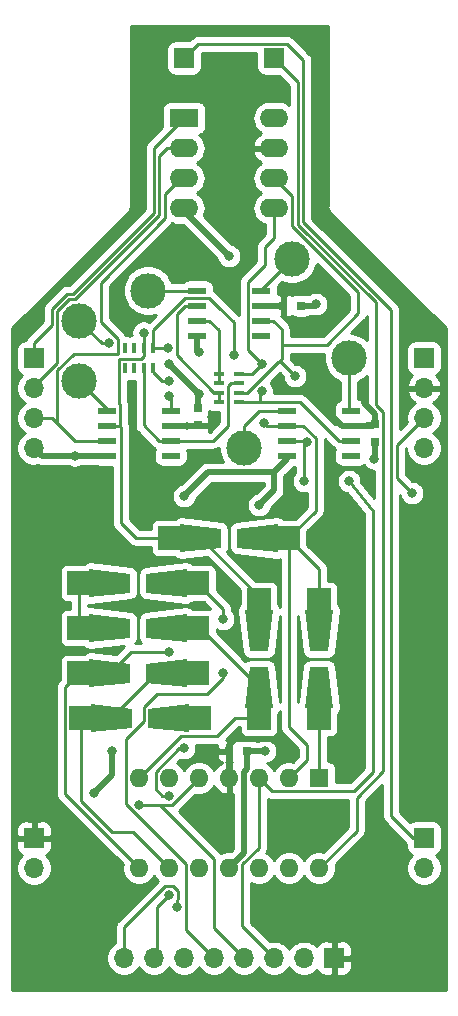
<source format=gbr>
%TF.GenerationSoftware,KiCad,Pcbnew,(5.1.6)-1*%
%TF.CreationDate,2020-07-04T17:27:32+02:00*%
%TF.ProjectId,MP0002 Instrumentation Amplifier,4d503030-3032-4204-996e-737472756d65,1.0*%
%TF.SameCoordinates,Original*%
%TF.FileFunction,Copper,L1,Top*%
%TF.FilePolarity,Positive*%
%FSLAX46Y46*%
G04 Gerber Fmt 4.6, Leading zero omitted, Abs format (unit mm)*
G04 Created by KiCad (PCBNEW (5.1.6)-1) date 2020-07-04 17:27:32*
%MOMM*%
%LPD*%
G01*
G04 APERTURE LIST*
%TA.AperFunction,ComponentPad*%
%ADD10R,1.700000X1.700000*%
%TD*%
%TA.AperFunction,ComponentPad*%
%ADD11O,1.700000X1.700000*%
%TD*%
%TA.AperFunction,SMDPad,CuDef*%
%ADD12C,3.000000*%
%TD*%
%TA.AperFunction,SMDPad,CuDef*%
%ADD13R,1.550000X0.600000*%
%TD*%
%TA.AperFunction,ComponentPad*%
%ADD14R,1.600000X1.600000*%
%TD*%
%TA.AperFunction,ComponentPad*%
%ADD15O,1.600000X1.600000*%
%TD*%
%TA.AperFunction,SMDPad,CuDef*%
%ADD16R,0.400000X0.900000*%
%TD*%
%TA.AperFunction,SMDPad,CuDef*%
%ADD17R,0.900000X0.400000*%
%TD*%
%TA.AperFunction,SMDPad,CuDef*%
%ADD18C,0.100000*%
%TD*%
%TA.AperFunction,ComponentPad*%
%ADD19R,1.998980X1.998980*%
%TD*%
%TA.AperFunction,ComponentPad*%
%ADD20R,2.400000X1.600000*%
%TD*%
%TA.AperFunction,ComponentPad*%
%ADD21O,2.400000X1.600000*%
%TD*%
%TA.AperFunction,SMDPad,CuDef*%
%ADD22R,0.800000X0.750000*%
%TD*%
%TA.AperFunction,SMDPad,CuDef*%
%ADD23R,0.750000X0.800000*%
%TD*%
%TA.AperFunction,ViaPad*%
%ADD24C,0.800000*%
%TD*%
%TA.AperFunction,Conductor*%
%ADD25C,0.500000*%
%TD*%
%TA.AperFunction,Conductor*%
%ADD26C,0.250000*%
%TD*%
%TA.AperFunction,Conductor*%
%ADD27C,0.254000*%
%TD*%
G04 APERTURE END LIST*
D10*
%TO.P,J8,1*%
%TO.N,/Vs+*%
X119380000Y-142240000D03*
D11*
%TO.P,J8,2*%
%TO.N,/Vs-*%
X119380000Y-144780000D03*
%TD*%
D10*
%TO.P,J7,1*%
%TO.N,/In*%
X152400000Y-142240000D03*
D11*
%TO.P,J7,2*%
%TO.N,/Out*%
X152400000Y-144780000D03*
%TD*%
D10*
%TO.P,J6,1*%
%TO.N,/Out*%
X139700000Y-76200000D03*
%TD*%
%TO.P,J5,1*%
%TO.N,/In*%
X132080000Y-76200000D03*
%TD*%
%TO.P,J4,1*%
%TO.N,/Vs+*%
X144780000Y-152400000D03*
D11*
%TO.P,J4,2*%
%TO.N,/Vs-*%
X142240000Y-152400000D03*
%TO.P,J4,3*%
%TO.N,/In-*%
X139700000Y-152400000D03*
%TO.P,J4,4*%
%TO.N,/In+*%
X137160000Y-152400000D03*
%TO.P,J4,5*%
%TO.N,/Ref*%
X134620000Y-152400000D03*
%TO.P,J4,6*%
%TO.N,/Output*%
X132080000Y-152400000D03*
%TO.P,J4,7*%
%TO.N,/In*%
X129540000Y-152400000D03*
%TO.P,J4,8*%
%TO.N,/Out*%
X127000000Y-152400000D03*
%TD*%
D10*
%TO.P,J3,1*%
%TO.N,/Rg_P*%
X152400000Y-101600000D03*
D11*
%TO.P,J3,2*%
%TO.N,/Vs+*%
X152400000Y-104140000D03*
%TO.P,J3,3*%
%TO.N,/Output*%
X152400000Y-106680000D03*
%TO.P,J3,4*%
%TO.N,/Ref*%
X152400000Y-109220000D03*
%TD*%
D12*
%TO.P,TP6,1*%
%TO.N,Net-(TP6-Pad1)*%
X123190000Y-98425000D03*
%TD*%
%TO.P,TP5,1*%
%TO.N,Net-(TP5-Pad1)*%
X123190000Y-103505000D03*
%TD*%
%TO.P,TP4,1*%
%TO.N,Net-(TP4-Pad1)*%
X141224000Y-93218000D03*
%TD*%
%TO.P,TP3,1*%
%TO.N,Net-(TP3-Pad1)*%
X129032000Y-95885000D03*
%TD*%
%TO.P,TP2,1*%
%TO.N,Net-(TP2-Pad1)*%
X137160000Y-109220000D03*
%TD*%
%TO.P,TP1,1*%
%TO.N,Net-(TP1-Pad1)*%
X146050000Y-101600000D03*
%TD*%
D13*
%TO.P,U3,1*%
%TO.N,Net-(TP5-Pad1)*%
X125570000Y-106045000D03*
%TO.P,U3,2*%
%TO.N,/Rg_P*%
X125570000Y-107315000D03*
%TO.P,U3,3*%
%TO.N,/In+*%
X125570000Y-108585000D03*
%TO.P,U3,4*%
%TO.N,/Vs-*%
X125570000Y-109855000D03*
%TO.P,U3,5*%
%TO.N,Net-(U3-Pad5)*%
X130970000Y-109855000D03*
%TO.P,U3,6*%
%TO.N,Net-(RN1-Pad3)*%
X130970000Y-108585000D03*
%TO.P,U3,7*%
%TO.N,/Vs+*%
X130970000Y-107315000D03*
%TO.P,U3,8*%
%TO.N,Net-(TP6-Pad1)*%
X130970000Y-106045000D03*
%TD*%
%TO.P,U4,1*%
%TO.N,Net-(TP3-Pad1)*%
X133190000Y-95885000D03*
%TO.P,U4,2*%
%TO.N,Net-(RN1-Pad7)*%
X133190000Y-97155000D03*
%TO.P,U4,3*%
%TO.N,Net-(RN1-Pad5)*%
X133190000Y-98425000D03*
%TO.P,U4,4*%
%TO.N,/Vs-*%
X133190000Y-99695000D03*
%TO.P,U4,5*%
%TO.N,Net-(U4-Pad5)*%
X138590000Y-99695000D03*
%TO.P,U4,6*%
%TO.N,/Output*%
X138590000Y-98425000D03*
%TO.P,U4,7*%
%TO.N,/Vs+*%
X138590000Y-97155000D03*
%TO.P,U4,8*%
%TO.N,Net-(TP4-Pad1)*%
X138590000Y-95885000D03*
%TD*%
%TO.P,U2,1*%
%TO.N,Net-(TP2-Pad1)*%
X140810000Y-106045000D03*
%TO.P,U2,2*%
%TO.N,/Rg_N*%
X140810000Y-107315000D03*
%TO.P,U2,3*%
%TO.N,/In-*%
X140810000Y-108585000D03*
%TO.P,U2,4*%
%TO.N,/Vs-*%
X140810000Y-109855000D03*
%TO.P,U2,5*%
%TO.N,Net-(U2-Pad5)*%
X146210000Y-109855000D03*
%TO.P,U2,6*%
%TO.N,Net-(RN1-Pad1)*%
X146210000Y-108585000D03*
%TO.P,U2,7*%
%TO.N,/Vs+*%
X146210000Y-107315000D03*
%TO.P,U2,8*%
%TO.N,Net-(TP1-Pad1)*%
X146210000Y-106045000D03*
%TD*%
D14*
%TO.P,U1,1*%
%TO.N,Net-(R1-Pad1)*%
X143510000Y-137160000D03*
D15*
%TO.P,U1,8*%
%TO.N,/Output*%
X128270000Y-144780000D03*
%TO.P,U1,2*%
%TO.N,/Rg_N*%
X140970000Y-137160000D03*
%TO.P,U1,9*%
%TO.N,Net-(R1-Pad2)*%
X130810000Y-144780000D03*
%TO.P,U1,3*%
%TO.N,/In-*%
X138430000Y-137160000D03*
%TO.P,U1,10*%
%TO.N,Net-(R6-Pad2)*%
X133350000Y-144780000D03*
%TO.P,U1,4*%
%TO.N,/Vs+*%
X135890000Y-137160000D03*
%TO.P,U1,11*%
%TO.N,/Vs-*%
X135890000Y-144780000D03*
%TO.P,U1,5*%
%TO.N,/In+*%
X133350000Y-137160000D03*
%TO.P,U1,12*%
%TO.N,/In*%
X138430000Y-144780000D03*
%TO.P,U1,6*%
%TO.N,/Rg_P*%
X130810000Y-137160000D03*
%TO.P,U1,13*%
%TO.N,/Out*%
X140970000Y-144780000D03*
%TO.P,U1,7*%
%TO.N,Net-(R5-Pad2)*%
X128270000Y-137160000D03*
%TO.P,U1,14*%
%TO.N,/Out*%
X143510000Y-144780000D03*
%TD*%
D16*
%TO.P,RN2,2*%
%TO.N,/Rg_P*%
X128670000Y-100750000D03*
%TO.P,RN2,3*%
%TO.N,N/C*%
X127870000Y-100750000D03*
%TO.P,RN2,1*%
%TO.N,/Rg_N*%
X129470000Y-100750000D03*
%TO.P,RN2,4*%
%TO.N,N/C*%
X127070000Y-100750000D03*
%TO.P,RN2,8*%
%TO.N,Net-(RN1-Pad1)*%
X129470000Y-102450000D03*
%TO.P,RN2,7*%
%TO.N,Net-(RN1-Pad3)*%
X128670000Y-102450000D03*
%TO.P,RN2,6*%
%TO.N,N/C*%
X127870000Y-102450000D03*
%TO.P,RN2,5*%
X127070000Y-102450000D03*
%TD*%
D17*
%TO.P,RN1,2*%
%TO.N,/Output*%
X136740000Y-104540000D03*
%TO.P,RN1,3*%
%TO.N,Net-(RN1-Pad3)*%
X136740000Y-103740000D03*
%TO.P,RN1,1*%
%TO.N,Net-(RN1-Pad1)*%
X136740000Y-105340000D03*
%TO.P,RN1,4*%
%TO.N,/Ref*%
X136740000Y-102940000D03*
%TO.P,RN1,8*%
%TO.N,Net-(RN1-Pad7)*%
X135040000Y-105340000D03*
%TO.P,RN1,7*%
X135040000Y-104540000D03*
%TO.P,RN1,6*%
%TO.N,Net-(RN1-Pad5)*%
X135040000Y-103740000D03*
%TO.P,RN1,5*%
X135040000Y-102940000D03*
%TD*%
%TA.AperFunction,SMDPad,CuDef*%
D18*
%TO.P,R7,1*%
%TO.N,Net-(R6-Pad2)*%
G36*
X124028200Y-121848880D02*
G01*
X124028200Y-119451120D01*
X127528320Y-119849900D01*
X127528320Y-121450100D01*
X124028200Y-121848880D01*
G37*
%TD.AperFunction*%
%TA.AperFunction,SMDPad,CuDef*%
%TO.P,R7,2*%
%TO.N,/Ref*%
G36*
X132354320Y-119451120D02*
G01*
X132354320Y-121848880D01*
X128854200Y-121450100D01*
X128854200Y-119849900D01*
X132354320Y-119451120D01*
G37*
%TD.AperFunction*%
D19*
%TO.P,R7,1*%
%TO.N,Net-(R6-Pad2)*%
X123190000Y-120650000D03*
%TO.P,R7,2*%
%TO.N,/Ref*%
X133192520Y-120650000D03*
%TD*%
%TA.AperFunction,SMDPad,CuDef*%
D18*
%TO.P,R6,1*%
%TO.N,Net-(R5-Pad2)*%
G36*
X132354320Y-123261120D02*
G01*
X132354320Y-125658880D01*
X128854200Y-125260100D01*
X128854200Y-123659900D01*
X132354320Y-123261120D01*
G37*
%TD.AperFunction*%
%TA.AperFunction,SMDPad,CuDef*%
%TO.P,R6,2*%
%TO.N,Net-(R6-Pad2)*%
G36*
X124028200Y-125658880D02*
G01*
X124028200Y-123261120D01*
X127528320Y-123659900D01*
X127528320Y-125260100D01*
X124028200Y-125658880D01*
G37*
%TD.AperFunction*%
D19*
%TO.P,R6,1*%
%TO.N,Net-(R5-Pad2)*%
X133192520Y-124460000D03*
%TO.P,R6,2*%
%TO.N,Net-(R6-Pad2)*%
X123190000Y-124460000D03*
%TD*%
%TA.AperFunction,SMDPad,CuDef*%
D18*
%TO.P,R5,1*%
%TO.N,/Rg_P*%
G36*
X137231120Y-122915680D02*
G01*
X139628880Y-122915680D01*
X139230100Y-126415800D01*
X137629900Y-126415800D01*
X137231120Y-122915680D01*
G37*
%TD.AperFunction*%
%TA.AperFunction,SMDPad,CuDef*%
%TO.P,R5,2*%
%TO.N,Net-(R5-Pad2)*%
G36*
X139628880Y-131241800D02*
G01*
X137231120Y-131241800D01*
X137629900Y-127741680D01*
X139230100Y-127741680D01*
X139628880Y-131241800D01*
G37*
%TD.AperFunction*%
D19*
%TO.P,R5,1*%
%TO.N,/Rg_P*%
X138430000Y-122077480D03*
%TO.P,R5,2*%
%TO.N,Net-(R5-Pad2)*%
X138430000Y-132080000D03*
%TD*%
%TA.AperFunction,SMDPad,CuDef*%
D18*
%TO.P,R4,1*%
%TO.N,/Rg_N*%
G36*
X140053060Y-115641120D02*
G01*
X140053060Y-118038880D01*
X136552940Y-117640100D01*
X136552940Y-116039900D01*
X140053060Y-115641120D01*
G37*
%TD.AperFunction*%
%TA.AperFunction,SMDPad,CuDef*%
%TO.P,R4,2*%
%TO.N,/Rg_P*%
G36*
X131726940Y-118038880D02*
G01*
X131726940Y-115641120D01*
X135227060Y-116039900D01*
X135227060Y-117640100D01*
X131726940Y-118038880D01*
G37*
%TD.AperFunction*%
D19*
%TO.P,R4,1*%
%TO.N,/Rg_N*%
X140891260Y-116840000D03*
%TO.P,R4,2*%
%TO.N,/Rg_P*%
X130888740Y-116840000D03*
%TD*%
%TA.AperFunction,SMDPad,CuDef*%
D18*
%TO.P,R3,1*%
%TO.N,/Rg_N*%
G36*
X142311120Y-122915680D02*
G01*
X144708880Y-122915680D01*
X144310100Y-126415800D01*
X142709900Y-126415800D01*
X142311120Y-122915680D01*
G37*
%TD.AperFunction*%
%TA.AperFunction,SMDPad,CuDef*%
%TO.P,R3,2*%
%TO.N,Net-(R1-Pad1)*%
G36*
X144708880Y-131241800D02*
G01*
X142311120Y-131241800D01*
X142709900Y-127741680D01*
X144310100Y-127741680D01*
X144708880Y-131241800D01*
G37*
%TD.AperFunction*%
D19*
%TO.P,R3,1*%
%TO.N,/Rg_N*%
X143510000Y-122077480D03*
%TO.P,R3,2*%
%TO.N,Net-(R1-Pad1)*%
X143510000Y-132080000D03*
%TD*%
%TA.AperFunction,SMDPad,CuDef*%
D18*
%TO.P,R2,1*%
%TO.N,Net-(R1-Pad2)*%
G36*
X132354320Y-127071120D02*
G01*
X132354320Y-129468880D01*
X128854200Y-129070100D01*
X128854200Y-127469900D01*
X132354320Y-127071120D01*
G37*
%TD.AperFunction*%
%TA.AperFunction,SMDPad,CuDef*%
%TO.P,R2,2*%
%TO.N,/Output*%
G36*
X124028200Y-129468880D02*
G01*
X124028200Y-127071120D01*
X127528320Y-127469900D01*
X127528320Y-129070100D01*
X124028200Y-129468880D01*
G37*
%TD.AperFunction*%
D19*
%TO.P,R2,1*%
%TO.N,Net-(R1-Pad2)*%
X133192520Y-128270000D03*
%TO.P,R2,2*%
%TO.N,/Output*%
X123190000Y-128270000D03*
%TD*%
%TA.AperFunction,SMDPad,CuDef*%
D18*
%TO.P,R1,1*%
%TO.N,Net-(R1-Pad1)*%
G36*
X132511800Y-130881120D02*
G01*
X132511800Y-133278880D01*
X129011680Y-132880100D01*
X129011680Y-131279900D01*
X132511800Y-130881120D01*
G37*
%TD.AperFunction*%
%TA.AperFunction,SMDPad,CuDef*%
%TO.P,R1,2*%
%TO.N,Net-(R1-Pad2)*%
G36*
X124185680Y-133278880D02*
G01*
X124185680Y-130881120D01*
X127685800Y-131279900D01*
X127685800Y-132880100D01*
X124185680Y-133278880D01*
G37*
%TD.AperFunction*%
D19*
%TO.P,R1,1*%
%TO.N,Net-(R1-Pad1)*%
X133350000Y-132080000D03*
%TO.P,R1,2*%
%TO.N,Net-(R1-Pad2)*%
X123347480Y-132080000D03*
%TD*%
D20*
%TO.P,J2,1*%
%TO.N,/Rg_N*%
X132080000Y-81280000D03*
D21*
%TO.P,J2,5*%
%TO.N,/Ref*%
X139700000Y-88900000D03*
%TO.P,J2,2*%
%TO.N,/In-*%
X132080000Y-83820000D03*
%TO.P,J2,6*%
%TO.N,/Output*%
X139700000Y-86360000D03*
%TO.P,J2,3*%
%TO.N,/In+*%
X132080000Y-86360000D03*
%TO.P,J2,7*%
%TO.N,/Vs+*%
X139700000Y-83820000D03*
%TO.P,J2,4*%
%TO.N,/Vs-*%
X132080000Y-88900000D03*
%TO.P,J2,8*%
%TO.N,/Rg_P*%
X139700000Y-81280000D03*
%TD*%
D10*
%TO.P,J1,1*%
%TO.N,/Rg_N*%
X119380000Y-101600000D03*
D11*
%TO.P,J1,2*%
%TO.N,/In-*%
X119380000Y-104140000D03*
%TO.P,J1,3*%
%TO.N,/In+*%
X119380000Y-106680000D03*
%TO.P,J1,4*%
%TO.N,/Vs-*%
X119380000Y-109220000D03*
%TD*%
D22*
%TO.P,C4,2*%
%TO.N,/Vs-*%
X141974000Y-97155000D03*
%TO.P,C4,1*%
%TO.N,/Vs+*%
X140474000Y-97155000D03*
%TD*%
D23*
%TO.P,C3,2*%
%TO.N,/Vs-*%
X133223000Y-105803000D03*
%TO.P,C3,1*%
%TO.N,/Vs+*%
X133223000Y-107303000D03*
%TD*%
%TO.P,C2,2*%
%TO.N,/Vs-*%
X148209000Y-108700000D03*
%TO.P,C2,1*%
%TO.N,/Vs+*%
X148209000Y-107200000D03*
%TD*%
D22*
%TO.P,C1,2*%
%TO.N,/Vs-*%
X137402000Y-134874000D03*
%TO.P,C1,1*%
%TO.N,/Vs+*%
X135902000Y-134874000D03*
%TD*%
D24*
%TO.N,/Vs-*%
X133350000Y-104648000D03*
X143256000Y-97028000D03*
X133350000Y-101092000D03*
X148184001Y-110109000D03*
X130810000Y-102108000D03*
X138938000Y-134874000D03*
X138430000Y-114046000D03*
X135890000Y-92964000D03*
X132080000Y-113284000D03*
X122825000Y-109855000D03*
X124460000Y-138430000D03*
X125984000Y-134874000D03*
%TO.N,/Vs+*%
X147320000Y-104140000D03*
X147320000Y-99060000D03*
X141732000Y-98806000D03*
X151384000Y-132080000D03*
X146812000Y-132080000D03*
X140970000Y-134874000D03*
X134620000Y-106680000D03*
X134112000Y-109728000D03*
X128524000Y-114554000D03*
X124968000Y-114554000D03*
X148336000Y-139446000D03*
X150876000Y-137668000D03*
X145288000Y-139700000D03*
X139954000Y-141224000D03*
X135890000Y-141224000D03*
%TO.N,/Rg_N*%
X136271000Y-101346000D03*
X138811000Y-107061000D03*
X130683000Y-100711000D03*
%TO.N,/In-*%
X142494000Y-108712000D03*
X142240000Y-112014000D03*
X146050000Y-112014000D03*
%TO.N,/In+*%
X128270000Y-139446000D03*
%TO.N,/Ref*%
X138684000Y-102108000D03*
X135382000Y-128270000D03*
X135382000Y-123698000D03*
%TO.N,/Output*%
X141478000Y-103124000D03*
X151384000Y-113030000D03*
X130810000Y-126492000D03*
%TO.N,/Rg_P*%
X128651000Y-99441000D03*
%TO.N,/In*%
X130810000Y-147066000D03*
%TO.N,/Out*%
X131499999Y-148082000D03*
%TO.N,Net-(R1-Pad1)*%
X130805347Y-138679347D03*
X132080000Y-134620000D03*
%TO.N,Net-(RN1-Pad1)*%
X138647653Y-104357653D03*
X130810000Y-103505000D03*
%TO.N,Net-(TP6-Pad1)*%
X130810000Y-104775000D03*
X125730000Y-100330000D03*
%TD*%
D25*
%TO.N,/Vs-*%
X120015000Y-109855000D02*
X119380000Y-109220000D01*
X125570000Y-109855000D02*
X122825000Y-109855000D01*
X133223000Y-105803000D02*
X133223000Y-104775000D01*
X133223000Y-104775000D02*
X133350000Y-104648000D01*
X141974000Y-97155000D02*
X143129000Y-97155000D01*
X143129000Y-97155000D02*
X143256000Y-97028000D01*
X133190000Y-99695000D02*
X133190000Y-100932000D01*
X133190000Y-100932000D02*
X133350000Y-101092000D01*
X137140001Y-136671999D02*
X137140001Y-143529999D01*
X137402000Y-136410000D02*
X137140001Y-136671999D01*
X137140001Y-143529999D02*
X135890000Y-144780000D01*
X137402000Y-134874000D02*
X137402000Y-136410000D01*
X140810000Y-109855000D02*
X140810000Y-110142000D01*
X140810000Y-110142000D02*
X139700000Y-111252000D01*
X148209000Y-108700000D02*
X148209000Y-110109000D01*
X148209000Y-110109000D02*
X148184001Y-110109000D01*
X133350000Y-104648000D02*
X130810000Y-102108000D01*
X137402000Y-134874000D02*
X138938000Y-134874000D01*
X139700000Y-111252000D02*
X139700000Y-112776000D01*
X139700000Y-112776000D02*
X138430000Y-114046000D01*
X132080000Y-88900000D02*
X132080000Y-89154000D01*
X132080000Y-89154000D02*
X135890000Y-92964000D01*
X134112000Y-111252000D02*
X139700000Y-111252000D01*
X132080000Y-113284000D02*
X134112000Y-111252000D01*
X122825000Y-109855000D02*
X120015000Y-109855000D01*
X125984000Y-136906000D02*
X124460000Y-138430000D01*
X125984000Y-134874000D02*
X125984000Y-136906000D01*
%TO.N,/Vs+*%
X140474000Y-97155000D02*
X138590000Y-97155000D01*
X133211000Y-107315000D02*
X133223000Y-107303000D01*
X130970000Y-107315000D02*
X133211000Y-107315000D01*
X148094000Y-107315000D02*
X148209000Y-107200000D01*
X146210000Y-107315000D02*
X148094000Y-107315000D01*
X135890000Y-134886000D02*
X135902000Y-134874000D01*
X135890000Y-137160000D02*
X135890000Y-134886000D01*
X147320000Y-105411000D02*
X147320000Y-104140000D01*
X148209000Y-107200000D02*
X148209000Y-106300000D01*
X148209000Y-106300000D02*
X147320000Y-105411000D01*
X135902000Y-134874000D02*
X135902000Y-134354000D01*
X135902000Y-134354000D02*
X136398000Y-133858000D01*
X136398000Y-133858000D02*
X139954000Y-133858000D01*
X139954000Y-133858000D02*
X140970000Y-134874000D01*
X146210000Y-107315000D02*
X145415000Y-107315000D01*
X145415000Y-107315000D02*
X142494000Y-104394000D01*
D26*
%TO.N,/Rg_N*%
X129470000Y-99213590D02*
X132153591Y-96529999D01*
X129470000Y-100750000D02*
X129470000Y-99213590D01*
X132153591Y-96529999D02*
X134225001Y-96529999D01*
X136271000Y-98575998D02*
X136271000Y-101346000D01*
X139065000Y-107315000D02*
X138811000Y-107061000D01*
X140810000Y-107315000D02*
X139065000Y-107315000D01*
X134225001Y-96529999D02*
X135052501Y-97357499D01*
X135052501Y-97357499D02*
X136271000Y-98575998D01*
X129509000Y-100711000D02*
X129470000Y-100750000D01*
X130683000Y-100711000D02*
X129509000Y-100711000D01*
X143219001Y-108363999D02*
X143219001Y-114512259D01*
X142170002Y-107315000D02*
X143219001Y-108363999D01*
X140810000Y-107315000D02*
X142170002Y-107315000D01*
X132080000Y-81280000D02*
X129540000Y-83820000D01*
X129540000Y-83820000D02*
X129540000Y-85598000D01*
X129540000Y-85598000D02*
X129540000Y-85723590D01*
X138303000Y-116840000D02*
X140891260Y-116840000D01*
X143510000Y-122077480D02*
X143510000Y-124665740D01*
X143510000Y-119458740D02*
X140891260Y-116840000D01*
X143510000Y-122077480D02*
X143510000Y-119458740D01*
X140970000Y-116918740D02*
X140891260Y-116840000D01*
X140970000Y-132842000D02*
X140970000Y-116918740D01*
X142494000Y-134366000D02*
X140970000Y-132842000D01*
X142494000Y-135636000D02*
X142494000Y-134366000D01*
X140970000Y-137160000D02*
X142494000Y-135636000D01*
X143219001Y-114512259D02*
X140891260Y-116840000D01*
X119380000Y-100330000D02*
X119380000Y-101600000D01*
X129540000Y-85598000D02*
X129540000Y-89279590D01*
X120904000Y-98806000D02*
X119380000Y-100330000D01*
X129540000Y-89279590D02*
X122669601Y-96149989D01*
X122669601Y-96149989D02*
X122161600Y-96149990D01*
X122161600Y-96149990D02*
X120904000Y-97407590D01*
X120904000Y-97407590D02*
X120904000Y-98806000D01*
%TO.N,/In-*%
X140810000Y-108585000D02*
X142367000Y-108585000D01*
X142367000Y-108585000D02*
X142494000Y-108712000D01*
X142240000Y-108966000D02*
X142494000Y-108712000D01*
X142240000Y-112014000D02*
X142240000Y-108966000D01*
X119380000Y-103977588D02*
X119380000Y-104140000D01*
X121364999Y-101992589D02*
X119380000Y-103977588D01*
X121364999Y-97583001D02*
X121364999Y-101992589D01*
X122348001Y-96599999D02*
X121364999Y-97583001D01*
X122856001Y-96599999D02*
X122348001Y-96599999D01*
X129990010Y-89465990D02*
X122856001Y-96599999D01*
X129990010Y-84459990D02*
X129990010Y-89465990D01*
X130630000Y-83820000D02*
X129990010Y-84459990D01*
X132080000Y-83820000D02*
X130630000Y-83820000D01*
X146050000Y-112014000D02*
X148082000Y-114554000D01*
X137015001Y-149715001D02*
X139700000Y-152400000D01*
X137015001Y-144468185D02*
X137015001Y-149715001D01*
X138430000Y-143053186D02*
X137015001Y-144468185D01*
X138430000Y-137160000D02*
X138430000Y-143053186D01*
X146448999Y-138285001D02*
X148082000Y-136652000D01*
X139555001Y-138285001D02*
X146448999Y-138285001D01*
X138430000Y-137160000D02*
X139555001Y-138285001D01*
X148082000Y-114554000D02*
X148082000Y-136652000D01*
%TO.N,/In+*%
X125570000Y-108585000D02*
X122809000Y-108585000D01*
X120904000Y-106680000D02*
X119380000Y-106680000D01*
X132080000Y-86360000D02*
X132080000Y-86908996D01*
X121539000Y-107315000D02*
X120904000Y-106680000D01*
X122809000Y-108585000D02*
X121539000Y-107315000D01*
X121364999Y-102628999D02*
X121364999Y-107140999D01*
X121364999Y-107140999D02*
X121539000Y-107315000D01*
X122769009Y-101224989D02*
X121364999Y-102628999D01*
X126455001Y-99981999D02*
X126455001Y-101224989D01*
X126455001Y-101224989D02*
X122769009Y-101224989D01*
X132080000Y-86360000D02*
X131826000Y-86360000D01*
X131826000Y-86360000D02*
X130440020Y-87745980D01*
X133350000Y-137160000D02*
X131064000Y-139446000D01*
X131064000Y-139446000D02*
X128270000Y-139446000D01*
X137160000Y-152400000D02*
X134620000Y-149860000D01*
X130440020Y-89015980D02*
X130440020Y-89777980D01*
X130440020Y-87745980D02*
X130440020Y-89015980D01*
X126455001Y-99981999D02*
X126455001Y-100547001D01*
X130440020Y-89777980D02*
X125015001Y-95202999D01*
X125015001Y-98541999D02*
X126455001Y-99981999D01*
X125015001Y-95202999D02*
X125015001Y-98541999D01*
X130048000Y-139446000D02*
X134620000Y-144018000D01*
X128270000Y-139446000D02*
X130048000Y-139446000D01*
X134620000Y-149860000D02*
X134620000Y-144018000D01*
%TO.N,/Ref*%
X136740000Y-102940000D02*
X137852000Y-102940000D01*
X137852000Y-102940000D02*
X138684000Y-102108000D01*
X133192520Y-120650000D02*
X130604260Y-120650000D01*
X128686670Y-131145274D02*
X129783944Y-130048000D01*
X132224999Y-150004999D02*
X132224999Y-144474001D01*
X128686670Y-132338866D02*
X128686670Y-131145274D01*
X134620000Y-152400000D02*
X132224999Y-150004999D01*
X127144999Y-133880537D02*
X128686670Y-132338866D01*
X132224999Y-144474001D02*
X127144999Y-139394001D01*
X127144999Y-139394001D02*
X127144999Y-133880537D01*
X135382000Y-128664502D02*
X135382000Y-128270000D01*
X129783944Y-130048000D02*
X133998502Y-130048000D01*
X133998502Y-130048000D02*
X135382000Y-128664502D01*
X135382000Y-122839480D02*
X133192520Y-120650000D01*
X135382000Y-123698000D02*
X135382000Y-122839480D01*
X139700000Y-88900000D02*
X139700000Y-91440000D01*
X137489999Y-100913999D02*
X138684000Y-102108000D01*
X139700000Y-91440000D02*
X138938000Y-92202000D01*
X138938000Y-93726000D02*
X137489999Y-95174001D01*
X138938000Y-92202000D02*
X138938000Y-93726000D01*
X137489999Y-95174001D02*
X137489999Y-100913999D01*
%TO.N,/Output*%
X136740000Y-104540000D02*
X137440000Y-104540000D01*
X139615000Y-98425000D02*
X138590000Y-98425000D01*
X140335000Y-99145000D02*
X139615000Y-98425000D01*
X137440000Y-104540000D02*
X140040000Y-101940000D01*
X141478000Y-103124000D02*
X140167000Y-101813000D01*
X140040000Y-101940000D02*
X140167000Y-101813000D01*
X140167000Y-101813000D02*
X140335000Y-101645000D01*
X125778260Y-128270000D02*
X123190000Y-128270000D01*
X122022989Y-129437011D02*
X122022989Y-138532989D01*
X122022989Y-138532989D02*
X128270000Y-144780000D01*
X123190000Y-128270000D02*
X122022989Y-129437011D01*
X152400000Y-106680000D02*
X150114000Y-108966000D01*
X150114000Y-108966000D02*
X150114000Y-111760000D01*
X150114000Y-111760000D02*
X151384000Y-113030000D01*
X140335000Y-100457000D02*
X140335000Y-99145000D01*
X140335000Y-101645000D02*
X140335000Y-100457000D01*
X144179002Y-100457000D02*
X140335000Y-100457000D01*
X141225010Y-87885010D02*
X141225010Y-90425010D01*
X139700000Y-86360000D02*
X141225010Y-87885010D01*
X146812000Y-96012000D02*
X146812000Y-97790000D01*
X146812000Y-97790000D02*
X146829001Y-97807001D01*
X141225010Y-90425010D02*
X146812000Y-96012000D01*
X146829001Y-97807001D02*
X144179002Y-100457000D01*
X127556260Y-126492000D02*
X125778260Y-128270000D01*
X130810000Y-126492000D02*
X127556260Y-126492000D01*
%TO.N,/Rg_P*%
X126670001Y-107239999D02*
X126595000Y-107315000D01*
X126670001Y-105545001D02*
X126670001Y-107239999D01*
X126544999Y-105419999D02*
X126670001Y-105545001D01*
X126544999Y-101739999D02*
X126544999Y-105419999D01*
X126609999Y-101674999D02*
X126544999Y-101739999D01*
X128445001Y-101674999D02*
X126609999Y-101674999D01*
X126595000Y-107315000D02*
X125570000Y-107315000D01*
X128670000Y-101450000D02*
X128445001Y-101674999D01*
X128670000Y-100750000D02*
X128670000Y-101450000D01*
X128670000Y-100750000D02*
X128670000Y-99460000D01*
X128670000Y-99460000D02*
X128651000Y-99441000D01*
X130888740Y-116840000D02*
X133477000Y-116840000D01*
X138430000Y-124665740D02*
X138430000Y-122077480D01*
X138430000Y-121793000D02*
X133477000Y-116840000D01*
X138430000Y-122077480D02*
X138430000Y-121793000D01*
X126734000Y-107454000D02*
X126734000Y-115558000D01*
X126595000Y-107315000D02*
X126734000Y-107454000D01*
X128016000Y-116840000D02*
X130888740Y-116840000D01*
X126734000Y-115558000D02*
X128016000Y-116840000D01*
%TO.N,/In*%
X130810000Y-147066000D02*
X129794000Y-148082000D01*
X129794000Y-152146000D02*
X129540000Y-152400000D01*
X129794000Y-148082000D02*
X129794000Y-152146000D01*
X151496998Y-142240000D02*
X152400000Y-142240000D01*
X149606000Y-140349002D02*
X151496998Y-142240000D01*
X132080000Y-76200000D02*
X133255001Y-75024999D01*
X133255001Y-75024999D02*
X140810001Y-75024999D01*
X149606000Y-97533180D02*
X149606000Y-140349002D01*
X140810001Y-75024999D02*
X142182010Y-76397008D01*
X142182010Y-76397008D02*
X142182010Y-90109190D01*
X142182010Y-90109190D02*
X149606000Y-97533180D01*
%TO.N,/Out*%
X130461999Y-146340999D02*
X127000000Y-149802998D01*
X131158001Y-146340999D02*
X130461999Y-146340999D01*
X127000000Y-149802998D02*
X127000000Y-152400000D01*
X131535001Y-146717999D02*
X131158001Y-146340999D01*
X131535001Y-147414001D02*
X131535001Y-146717999D01*
X131499999Y-147449003D02*
X131535001Y-147414001D01*
X131499999Y-148082000D02*
X131499999Y-147449003D01*
X141732000Y-78232000D02*
X139700000Y-76200000D01*
X141732000Y-90295590D02*
X141732000Y-78232000D01*
X148325010Y-105547990D02*
X148325010Y-96888600D01*
X148909001Y-106131981D02*
X148325010Y-105547990D01*
X148909001Y-136586999D02*
X148909001Y-106131981D01*
X146685000Y-138811000D02*
X148909001Y-136586999D01*
X148325010Y-96888600D02*
X141732000Y-90295590D01*
X146685000Y-141605000D02*
X146685000Y-138811000D01*
X143510000Y-144780000D02*
X146685000Y-141605000D01*
%TO.N,Net-(R1-Pad1)*%
X143510000Y-137160000D02*
X143510000Y-132080000D01*
X133350000Y-132080000D02*
X130761740Y-132080000D01*
X143510000Y-129491740D02*
X143510000Y-132080000D01*
X130239662Y-138679347D02*
X129684999Y-138124684D01*
X130805347Y-138679347D02*
X130239662Y-138679347D01*
X129684999Y-138124684D02*
X129684999Y-136619999D01*
X129684999Y-136619999D02*
X131684998Y-134620000D01*
X131684998Y-134620000D02*
X132080000Y-134620000D01*
%TO.N,Net-(R1-Pad2)*%
X125935740Y-132080000D02*
X123347480Y-132080000D01*
X133192520Y-128270000D02*
X130604260Y-128270000D01*
X129745740Y-128270000D02*
X130604260Y-128270000D01*
X125935740Y-132080000D02*
X129745740Y-128270000D01*
X127762000Y-141732000D02*
X130810000Y-144780000D01*
X125984000Y-141732000D02*
X127762000Y-141732000D01*
X123347480Y-139095480D02*
X125984000Y-141732000D01*
X123347480Y-132080000D02*
X123347480Y-139095480D01*
%TO.N,Net-(R5-Pad2)*%
X133192520Y-124460000D02*
X130604260Y-124460000D01*
X138430000Y-132080000D02*
X138430000Y-129491740D01*
X133398260Y-124460000D02*
X133192520Y-124460000D01*
X138430000Y-129491740D02*
X133398260Y-124460000D01*
X131826110Y-133603890D02*
X128270000Y-137160000D01*
X136397780Y-132080000D02*
X134873890Y-133603890D01*
X138430000Y-132080000D02*
X136397780Y-132080000D01*
X134873890Y-133603890D02*
X131826110Y-133603890D01*
%TO.N,Net-(R6-Pad2)*%
X123190000Y-120650000D02*
X123190000Y-124460000D01*
X125778260Y-120650000D02*
X123190000Y-120650000D01*
X125778260Y-124460000D02*
X123190000Y-124460000D01*
%TO.N,Net-(RN1-Pad1)*%
X145185000Y-108585000D02*
X141940000Y-105340000D01*
X146210000Y-108585000D02*
X145185000Y-108585000D01*
X138500000Y-105340000D02*
X136740000Y-105340000D01*
X141940000Y-105340000D02*
X138500000Y-105340000D01*
X129470000Y-102800000D02*
X129470000Y-102450000D01*
X130175000Y-103505000D02*
X129470000Y-102800000D01*
X138500000Y-105340000D02*
X138500000Y-104505306D01*
X130810000Y-103505000D02*
X130175000Y-103505000D01*
X138500000Y-104505306D02*
X138647653Y-104357653D01*
%TO.N,Net-(RN1-Pad5)*%
X135040000Y-102940000D02*
X135040000Y-103740000D01*
X135040000Y-99250000D02*
X135040000Y-102940000D01*
X134215000Y-98425000D02*
X135040000Y-99250000D01*
X133190000Y-98425000D02*
X134215000Y-98425000D01*
%TO.N,Net-(TP1-Pad1)*%
X146050000Y-105885000D02*
X146210000Y-106045000D01*
X146050000Y-101600000D02*
X146050000Y-105885000D01*
%TO.N,Net-(TP2-Pad1)*%
X137160000Y-109220000D02*
X137160000Y-107315000D01*
X138430000Y-106045000D02*
X140810000Y-106045000D01*
X137160000Y-107315000D02*
X138430000Y-106045000D01*
%TO.N,Net-(TP3-Pad1)*%
X133190000Y-95885000D02*
X129032000Y-95885000D01*
%TO.N,Net-(TP4-Pad1)*%
X138590000Y-95852000D02*
X141224000Y-93218000D01*
X138590000Y-95885000D02*
X138590000Y-95852000D01*
%TO.N,Net-(TP5-Pad1)*%
X125570000Y-105885000D02*
X123190000Y-103505000D01*
X125570000Y-106045000D02*
X125570000Y-105885000D01*
%TO.N,Net-(TP6-Pad1)*%
X130970000Y-106045000D02*
X130970000Y-104935000D01*
X130970000Y-104935000D02*
X130810000Y-104775000D01*
X125095000Y-100330000D02*
X123190000Y-98425000D01*
X125730000Y-100330000D02*
X125095000Y-100330000D01*
%TO.N,Net-(RN1-Pad3)*%
X134571002Y-108585000D02*
X130970000Y-108585000D01*
X135815001Y-107341001D02*
X134571002Y-108585000D01*
X136040000Y-103740000D02*
X135815001Y-103964999D01*
X135815001Y-103964999D02*
X135815001Y-107341001D01*
X136740000Y-103740000D02*
X136040000Y-103740000D01*
X128670000Y-107310000D02*
X128670000Y-102450000D01*
X129945000Y-108585000D02*
X128670000Y-107310000D01*
X130970000Y-108585000D02*
X129945000Y-108585000D01*
%TO.N,Net-(RN1-Pad7)*%
X135040000Y-104540000D02*
X135040000Y-105340000D01*
X132165000Y-97155000D02*
X131445000Y-97875000D01*
X133190000Y-97155000D02*
X132165000Y-97155000D01*
X134604998Y-104540000D02*
X135040000Y-104540000D01*
X131445000Y-101380002D02*
X134604998Y-104540000D01*
X131445000Y-97875000D02*
X131445000Y-101380002D01*
%TD*%
D27*
%TO.N,/Vs+*%
G36*
X144230001Y-88757581D02*
G01*
X144226808Y-88790000D01*
X144239551Y-88919382D01*
X144277290Y-89043792D01*
X144338575Y-89158450D01*
X144400386Y-89233766D01*
X144400387Y-89233767D01*
X144421053Y-89258948D01*
X144446232Y-89279612D01*
X154230000Y-99063381D01*
X154230001Y-155130000D01*
X117550000Y-155130000D01*
X117550000Y-143090000D01*
X117891928Y-143090000D01*
X117904188Y-143214482D01*
X117940498Y-143334180D01*
X117999463Y-143444494D01*
X118078815Y-143541185D01*
X118175506Y-143620537D01*
X118285820Y-143679502D01*
X118358380Y-143701513D01*
X118226525Y-143833368D01*
X118064010Y-144076589D01*
X117952068Y-144346842D01*
X117895000Y-144633740D01*
X117895000Y-144926260D01*
X117952068Y-145213158D01*
X118064010Y-145483411D01*
X118226525Y-145726632D01*
X118433368Y-145933475D01*
X118676589Y-146095990D01*
X118946842Y-146207932D01*
X119233740Y-146265000D01*
X119526260Y-146265000D01*
X119813158Y-146207932D01*
X120083411Y-146095990D01*
X120326632Y-145933475D01*
X120533475Y-145726632D01*
X120695990Y-145483411D01*
X120807932Y-145213158D01*
X120865000Y-144926260D01*
X120865000Y-144633740D01*
X120807932Y-144346842D01*
X120695990Y-144076589D01*
X120533475Y-143833368D01*
X120401620Y-143701513D01*
X120474180Y-143679502D01*
X120584494Y-143620537D01*
X120681185Y-143541185D01*
X120760537Y-143444494D01*
X120819502Y-143334180D01*
X120855812Y-143214482D01*
X120868072Y-143090000D01*
X120865000Y-142525750D01*
X120706250Y-142367000D01*
X119507000Y-142367000D01*
X119507000Y-142387000D01*
X119253000Y-142387000D01*
X119253000Y-142367000D01*
X118053750Y-142367000D01*
X117895000Y-142525750D01*
X117891928Y-143090000D01*
X117550000Y-143090000D01*
X117550000Y-141390000D01*
X117891928Y-141390000D01*
X117895000Y-141954250D01*
X118053750Y-142113000D01*
X119253000Y-142113000D01*
X119253000Y-140913750D01*
X119507000Y-140913750D01*
X119507000Y-142113000D01*
X120706250Y-142113000D01*
X120865000Y-141954250D01*
X120868072Y-141390000D01*
X120855812Y-141265518D01*
X120819502Y-141145820D01*
X120760537Y-141035506D01*
X120681185Y-140938815D01*
X120584494Y-140859463D01*
X120474180Y-140800498D01*
X120354482Y-140764188D01*
X120230000Y-140751928D01*
X119665750Y-140755000D01*
X119507000Y-140913750D01*
X119253000Y-140913750D01*
X119094250Y-140755000D01*
X118530000Y-140751928D01*
X118405518Y-140764188D01*
X118285820Y-140800498D01*
X118175506Y-140859463D01*
X118078815Y-140938815D01*
X117999463Y-141035506D01*
X117940498Y-141145820D01*
X117904188Y-141265518D01*
X117891928Y-141390000D01*
X117550000Y-141390000D01*
X117550000Y-100750000D01*
X117891928Y-100750000D01*
X117891928Y-102450000D01*
X117904188Y-102574482D01*
X117940498Y-102694180D01*
X117999463Y-102804494D01*
X118078815Y-102901185D01*
X118175506Y-102980537D01*
X118285820Y-103039502D01*
X118358380Y-103061513D01*
X118226525Y-103193368D01*
X118064010Y-103436589D01*
X117952068Y-103706842D01*
X117895000Y-103993740D01*
X117895000Y-104286260D01*
X117952068Y-104573158D01*
X118064010Y-104843411D01*
X118226525Y-105086632D01*
X118433368Y-105293475D01*
X118607760Y-105410000D01*
X118433368Y-105526525D01*
X118226525Y-105733368D01*
X118064010Y-105976589D01*
X117952068Y-106246842D01*
X117895000Y-106533740D01*
X117895000Y-106826260D01*
X117952068Y-107113158D01*
X118064010Y-107383411D01*
X118226525Y-107626632D01*
X118433368Y-107833475D01*
X118607760Y-107950000D01*
X118433368Y-108066525D01*
X118226525Y-108273368D01*
X118064010Y-108516589D01*
X117952068Y-108786842D01*
X117895000Y-109073740D01*
X117895000Y-109366260D01*
X117952068Y-109653158D01*
X118064010Y-109923411D01*
X118226525Y-110166632D01*
X118433368Y-110373475D01*
X118676589Y-110535990D01*
X118946842Y-110647932D01*
X119233740Y-110705000D01*
X119526260Y-110705000D01*
X119673168Y-110675778D01*
X119674686Y-110676589D01*
X119768344Y-110705000D01*
X119841510Y-110727195D01*
X119971523Y-110740000D01*
X119971531Y-110740000D01*
X120015000Y-110744281D01*
X120058469Y-110740000D01*
X122286546Y-110740000D01*
X122334744Y-110772205D01*
X122523102Y-110850226D01*
X122723061Y-110890000D01*
X122926939Y-110890000D01*
X123126898Y-110850226D01*
X123315256Y-110772205D01*
X123363454Y-110740000D01*
X124542397Y-110740000D01*
X124550820Y-110744502D01*
X124670518Y-110780812D01*
X124795000Y-110793072D01*
X125974000Y-110793072D01*
X125974001Y-115520668D01*
X125970324Y-115558000D01*
X125984998Y-115706985D01*
X126028454Y-115850246D01*
X126099026Y-115982276D01*
X126170201Y-116069002D01*
X126194000Y-116098001D01*
X126222998Y-116121799D01*
X127452200Y-117351002D01*
X127475999Y-117380001D01*
X127591724Y-117474974D01*
X127723753Y-117545546D01*
X127867014Y-117589003D01*
X127978667Y-117600000D01*
X127978675Y-117600000D01*
X128016000Y-117603676D01*
X128053325Y-117600000D01*
X129251178Y-117600000D01*
X129251178Y-117839490D01*
X129263438Y-117963972D01*
X129299748Y-118083670D01*
X129358713Y-118193984D01*
X129438065Y-118290675D01*
X129534756Y-118370027D01*
X129645070Y-118428992D01*
X129764768Y-118465302D01*
X129889250Y-118477562D01*
X131267171Y-118477562D01*
X131329730Y-118538239D01*
X131434782Y-118606136D01*
X131551062Y-118652234D01*
X131674101Y-118674760D01*
X131799170Y-118672851D01*
X133985908Y-118423709D01*
X136792438Y-121230240D01*
X136792438Y-122455911D01*
X136731761Y-122518470D01*
X136663864Y-122623522D01*
X136617766Y-122739802D01*
X136595240Y-122862841D01*
X136597149Y-122987910D01*
X136995929Y-126488030D01*
X137040398Y-126659980D01*
X137099363Y-126770294D01*
X137178715Y-126866985D01*
X137275406Y-126946337D01*
X137385720Y-127005302D01*
X137505418Y-127041612D01*
X137629900Y-127053872D01*
X139230100Y-127053872D01*
X139405978Y-127029154D01*
X139522258Y-126983056D01*
X139627310Y-126915159D01*
X139717098Y-126828072D01*
X139788171Y-126725142D01*
X139837798Y-126610324D01*
X139864071Y-126488030D01*
X140210001Y-123451782D01*
X140210000Y-130705693D01*
X139864071Y-127669450D01*
X139819602Y-127497500D01*
X139760637Y-127387186D01*
X139681285Y-127290495D01*
X139584594Y-127211143D01*
X139474280Y-127152178D01*
X139354582Y-127115868D01*
X139230100Y-127103608D01*
X137629900Y-127103608D01*
X137454022Y-127128326D01*
X137337742Y-127174424D01*
X137246474Y-127233412D01*
X134830082Y-124817021D01*
X134830082Y-124574004D01*
X134891744Y-124615205D01*
X135080102Y-124693226D01*
X135280061Y-124733000D01*
X135483939Y-124733000D01*
X135683898Y-124693226D01*
X135872256Y-124615205D01*
X136041774Y-124501937D01*
X136185937Y-124357774D01*
X136299205Y-124188256D01*
X136377226Y-123999898D01*
X136417000Y-123799939D01*
X136417000Y-123596061D01*
X136377226Y-123396102D01*
X136299205Y-123207744D01*
X136185937Y-123038226D01*
X136142000Y-122994289D01*
X136142000Y-122876802D01*
X136145676Y-122839479D01*
X136142000Y-122802156D01*
X136142000Y-122802147D01*
X136131003Y-122690494D01*
X136087546Y-122547233D01*
X136016974Y-122415204D01*
X135922001Y-122299479D01*
X135893003Y-122275681D01*
X134830082Y-121212760D01*
X134830082Y-119650510D01*
X134817822Y-119526028D01*
X134781512Y-119406330D01*
X134722547Y-119296016D01*
X134643195Y-119199325D01*
X134546504Y-119119973D01*
X134436190Y-119061008D01*
X134316492Y-119024698D01*
X134192010Y-119012438D01*
X132814089Y-119012438D01*
X132751530Y-118951761D01*
X132646478Y-118883864D01*
X132530198Y-118837766D01*
X132407159Y-118815240D01*
X132282090Y-118817149D01*
X128781970Y-119215929D01*
X128610020Y-119260398D01*
X128499706Y-119319363D01*
X128403015Y-119398715D01*
X128323663Y-119495406D01*
X128264698Y-119605720D01*
X128228388Y-119725418D01*
X128216128Y-119849900D01*
X128216128Y-121450100D01*
X128240846Y-121625978D01*
X128286944Y-121742258D01*
X128354841Y-121847310D01*
X128441928Y-121937098D01*
X128544858Y-122008171D01*
X128659676Y-122057798D01*
X128781970Y-122084071D01*
X132282090Y-122482851D01*
X132354320Y-122486952D01*
X132478802Y-122474692D01*
X132598500Y-122438382D01*
X132708814Y-122379417D01*
X132805505Y-122300065D01*
X132815766Y-122287562D01*
X133755280Y-122287562D01*
X134300879Y-122833160D01*
X134192010Y-122822438D01*
X132814089Y-122822438D01*
X132751530Y-122761761D01*
X132646478Y-122693864D01*
X132530198Y-122647766D01*
X132407159Y-122625240D01*
X132282090Y-122627149D01*
X128781970Y-123025929D01*
X128610020Y-123070398D01*
X128499706Y-123129363D01*
X128403015Y-123208715D01*
X128323663Y-123305406D01*
X128264698Y-123415720D01*
X128228388Y-123535418D01*
X128216128Y-123659900D01*
X128216128Y-125260100D01*
X128240846Y-125435978D01*
X128286944Y-125552258D01*
X128354841Y-125657310D01*
X128427284Y-125732000D01*
X127954264Y-125732000D01*
X127979505Y-125711285D01*
X128058857Y-125614594D01*
X128117822Y-125504280D01*
X128154132Y-125384582D01*
X128166392Y-125260100D01*
X128166392Y-123659900D01*
X128141674Y-123484022D01*
X128095576Y-123367742D01*
X128027679Y-123262690D01*
X127940592Y-123172902D01*
X127837662Y-123101829D01*
X127722844Y-123052202D01*
X127600550Y-123025929D01*
X124100430Y-122627149D01*
X124028200Y-122623048D01*
X123950000Y-122630750D01*
X123950000Y-122480117D01*
X123975361Y-122484760D01*
X124100430Y-122482851D01*
X127600550Y-122084071D01*
X127772500Y-122039602D01*
X127882814Y-121980637D01*
X127979505Y-121901285D01*
X128058857Y-121804594D01*
X128117822Y-121694280D01*
X128154132Y-121574582D01*
X128166392Y-121450100D01*
X128166392Y-119849900D01*
X128141674Y-119674022D01*
X128095576Y-119557742D01*
X128027679Y-119452690D01*
X127940592Y-119362902D01*
X127837662Y-119291829D01*
X127722844Y-119242202D01*
X127600550Y-119215929D01*
X124100430Y-118817149D01*
X124028200Y-118813048D01*
X123903718Y-118825308D01*
X123784020Y-118861618D01*
X123673706Y-118920583D01*
X123577015Y-118999935D01*
X123566754Y-119012438D01*
X122190510Y-119012438D01*
X122066028Y-119024698D01*
X121946330Y-119061008D01*
X121836016Y-119119973D01*
X121739325Y-119199325D01*
X121659973Y-119296016D01*
X121601008Y-119406330D01*
X121564698Y-119526028D01*
X121552438Y-119650510D01*
X121552438Y-121649490D01*
X121564698Y-121773972D01*
X121601008Y-121893670D01*
X121659973Y-122003984D01*
X121739325Y-122100675D01*
X121836016Y-122180027D01*
X121946330Y-122238992D01*
X122066028Y-122275302D01*
X122190510Y-122287562D01*
X122430000Y-122287562D01*
X122430001Y-122822438D01*
X122190510Y-122822438D01*
X122066028Y-122834698D01*
X121946330Y-122871008D01*
X121836016Y-122929973D01*
X121739325Y-123009325D01*
X121659973Y-123106016D01*
X121601008Y-123216330D01*
X121564698Y-123336028D01*
X121552438Y-123460510D01*
X121552438Y-125459490D01*
X121564698Y-125583972D01*
X121601008Y-125703670D01*
X121659973Y-125813984D01*
X121739325Y-125910675D01*
X121836016Y-125990027D01*
X121946330Y-126048992D01*
X122066028Y-126085302D01*
X122190510Y-126097562D01*
X123568431Y-126097562D01*
X123630990Y-126158239D01*
X123736042Y-126226136D01*
X123852322Y-126272234D01*
X123975361Y-126294760D01*
X124100430Y-126292851D01*
X127008435Y-125961533D01*
X126992461Y-125980997D01*
X126287167Y-126686291D01*
X124100430Y-126437149D01*
X124028200Y-126433048D01*
X123903718Y-126445308D01*
X123784020Y-126481618D01*
X123673706Y-126540583D01*
X123577015Y-126619935D01*
X123566754Y-126632438D01*
X122190510Y-126632438D01*
X122066028Y-126644698D01*
X121946330Y-126681008D01*
X121836016Y-126739973D01*
X121739325Y-126819325D01*
X121659973Y-126916016D01*
X121601008Y-127026330D01*
X121564698Y-127146028D01*
X121552438Y-127270510D01*
X121552438Y-128832761D01*
X121511992Y-128873207D01*
X121482988Y-128897010D01*
X121433963Y-128956748D01*
X121388015Y-129012735D01*
X121347369Y-129088778D01*
X121317443Y-129144765D01*
X121273986Y-129288026D01*
X121262989Y-129399679D01*
X121262989Y-129399689D01*
X121259313Y-129437011D01*
X121262989Y-129474333D01*
X121262990Y-138495657D01*
X121259313Y-138532989D01*
X121273987Y-138681974D01*
X121317443Y-138825235D01*
X121388015Y-138957265D01*
X121440916Y-139021724D01*
X121482989Y-139072990D01*
X121511987Y-139096788D01*
X126871312Y-144456114D01*
X126835000Y-144638665D01*
X126835000Y-144921335D01*
X126890147Y-145198574D01*
X126998320Y-145459727D01*
X127155363Y-145694759D01*
X127355241Y-145894637D01*
X127590273Y-146051680D01*
X127851426Y-146159853D01*
X128128665Y-146215000D01*
X128411335Y-146215000D01*
X128688574Y-146159853D01*
X128949727Y-146051680D01*
X129184759Y-145894637D01*
X129384637Y-145694759D01*
X129540000Y-145462241D01*
X129695363Y-145694759D01*
X129864400Y-145863796D01*
X126489003Y-149239194D01*
X126459999Y-149262997D01*
X126430081Y-149299453D01*
X126365026Y-149378722D01*
X126341490Y-149422755D01*
X126294454Y-149510752D01*
X126250997Y-149654013D01*
X126240000Y-149765666D01*
X126240000Y-149765676D01*
X126236324Y-149802998D01*
X126240000Y-149840321D01*
X126240001Y-151121821D01*
X126053368Y-151246525D01*
X125846525Y-151453368D01*
X125684010Y-151696589D01*
X125572068Y-151966842D01*
X125515000Y-152253740D01*
X125515000Y-152546260D01*
X125572068Y-152833158D01*
X125684010Y-153103411D01*
X125846525Y-153346632D01*
X126053368Y-153553475D01*
X126296589Y-153715990D01*
X126566842Y-153827932D01*
X126853740Y-153885000D01*
X127146260Y-153885000D01*
X127433158Y-153827932D01*
X127703411Y-153715990D01*
X127946632Y-153553475D01*
X128153475Y-153346632D01*
X128270000Y-153172240D01*
X128386525Y-153346632D01*
X128593368Y-153553475D01*
X128836589Y-153715990D01*
X129106842Y-153827932D01*
X129393740Y-153885000D01*
X129686260Y-153885000D01*
X129973158Y-153827932D01*
X130243411Y-153715990D01*
X130486632Y-153553475D01*
X130693475Y-153346632D01*
X130810000Y-153172240D01*
X130926525Y-153346632D01*
X131133368Y-153553475D01*
X131376589Y-153715990D01*
X131646842Y-153827932D01*
X131933740Y-153885000D01*
X132226260Y-153885000D01*
X132513158Y-153827932D01*
X132783411Y-153715990D01*
X133026632Y-153553475D01*
X133233475Y-153346632D01*
X133350000Y-153172240D01*
X133466525Y-153346632D01*
X133673368Y-153553475D01*
X133916589Y-153715990D01*
X134186842Y-153827932D01*
X134473740Y-153885000D01*
X134766260Y-153885000D01*
X135053158Y-153827932D01*
X135323411Y-153715990D01*
X135566632Y-153553475D01*
X135773475Y-153346632D01*
X135890000Y-153172240D01*
X136006525Y-153346632D01*
X136213368Y-153553475D01*
X136456589Y-153715990D01*
X136726842Y-153827932D01*
X137013740Y-153885000D01*
X137306260Y-153885000D01*
X137593158Y-153827932D01*
X137863411Y-153715990D01*
X138106632Y-153553475D01*
X138313475Y-153346632D01*
X138430000Y-153172240D01*
X138546525Y-153346632D01*
X138753368Y-153553475D01*
X138996589Y-153715990D01*
X139266842Y-153827932D01*
X139553740Y-153885000D01*
X139846260Y-153885000D01*
X140133158Y-153827932D01*
X140403411Y-153715990D01*
X140646632Y-153553475D01*
X140853475Y-153346632D01*
X140970000Y-153172240D01*
X141086525Y-153346632D01*
X141293368Y-153553475D01*
X141536589Y-153715990D01*
X141806842Y-153827932D01*
X142093740Y-153885000D01*
X142386260Y-153885000D01*
X142673158Y-153827932D01*
X142943411Y-153715990D01*
X143186632Y-153553475D01*
X143318487Y-153421620D01*
X143340498Y-153494180D01*
X143399463Y-153604494D01*
X143478815Y-153701185D01*
X143575506Y-153780537D01*
X143685820Y-153839502D01*
X143805518Y-153875812D01*
X143930000Y-153888072D01*
X144494250Y-153885000D01*
X144653000Y-153726250D01*
X144653000Y-152527000D01*
X144907000Y-152527000D01*
X144907000Y-153726250D01*
X145065750Y-153885000D01*
X145630000Y-153888072D01*
X145754482Y-153875812D01*
X145874180Y-153839502D01*
X145984494Y-153780537D01*
X146081185Y-153701185D01*
X146160537Y-153604494D01*
X146219502Y-153494180D01*
X146255812Y-153374482D01*
X146268072Y-153250000D01*
X146265000Y-152685750D01*
X146106250Y-152527000D01*
X144907000Y-152527000D01*
X144653000Y-152527000D01*
X144633000Y-152527000D01*
X144633000Y-152273000D01*
X144653000Y-152273000D01*
X144653000Y-151073750D01*
X144907000Y-151073750D01*
X144907000Y-152273000D01*
X146106250Y-152273000D01*
X146265000Y-152114250D01*
X146268072Y-151550000D01*
X146255812Y-151425518D01*
X146219502Y-151305820D01*
X146160537Y-151195506D01*
X146081185Y-151098815D01*
X145984494Y-151019463D01*
X145874180Y-150960498D01*
X145754482Y-150924188D01*
X145630000Y-150911928D01*
X145065750Y-150915000D01*
X144907000Y-151073750D01*
X144653000Y-151073750D01*
X144494250Y-150915000D01*
X143930000Y-150911928D01*
X143805518Y-150924188D01*
X143685820Y-150960498D01*
X143575506Y-151019463D01*
X143478815Y-151098815D01*
X143399463Y-151195506D01*
X143340498Y-151305820D01*
X143318487Y-151378380D01*
X143186632Y-151246525D01*
X142943411Y-151084010D01*
X142673158Y-150972068D01*
X142386260Y-150915000D01*
X142093740Y-150915000D01*
X141806842Y-150972068D01*
X141536589Y-151084010D01*
X141293368Y-151246525D01*
X141086525Y-151453368D01*
X140970000Y-151627760D01*
X140853475Y-151453368D01*
X140646632Y-151246525D01*
X140403411Y-151084010D01*
X140133158Y-150972068D01*
X139846260Y-150915000D01*
X139553740Y-150915000D01*
X139333592Y-150958790D01*
X137775001Y-149400200D01*
X137775001Y-146061923D01*
X138011426Y-146159853D01*
X138288665Y-146215000D01*
X138571335Y-146215000D01*
X138848574Y-146159853D01*
X139109727Y-146051680D01*
X139344759Y-145894637D01*
X139544637Y-145694759D01*
X139700000Y-145462241D01*
X139855363Y-145694759D01*
X140055241Y-145894637D01*
X140290273Y-146051680D01*
X140551426Y-146159853D01*
X140828665Y-146215000D01*
X141111335Y-146215000D01*
X141388574Y-146159853D01*
X141649727Y-146051680D01*
X141884759Y-145894637D01*
X142084637Y-145694759D01*
X142240000Y-145462241D01*
X142395363Y-145694759D01*
X142595241Y-145894637D01*
X142830273Y-146051680D01*
X143091426Y-146159853D01*
X143368665Y-146215000D01*
X143651335Y-146215000D01*
X143928574Y-146159853D01*
X144189727Y-146051680D01*
X144424759Y-145894637D01*
X144624637Y-145694759D01*
X144781680Y-145459727D01*
X144889853Y-145198574D01*
X144945000Y-144921335D01*
X144945000Y-144638665D01*
X144908688Y-144456114D01*
X147196004Y-142168798D01*
X147225001Y-142145001D01*
X147269307Y-142091014D01*
X147319974Y-142029277D01*
X147390546Y-141897247D01*
X147415275Y-141815724D01*
X147434003Y-141753986D01*
X147445000Y-141642333D01*
X147445000Y-141642324D01*
X147448676Y-141605001D01*
X147445000Y-141567678D01*
X147445000Y-139125801D01*
X148846001Y-137724802D01*
X148846001Y-140311669D01*
X148842324Y-140349002D01*
X148856998Y-140497987D01*
X148900454Y-140641248D01*
X148971026Y-140773278D01*
X149041757Y-140859463D01*
X149066000Y-140889003D01*
X149094998Y-140912801D01*
X150911928Y-142729732D01*
X150911928Y-143090000D01*
X150924188Y-143214482D01*
X150960498Y-143334180D01*
X151019463Y-143444494D01*
X151098815Y-143541185D01*
X151195506Y-143620537D01*
X151305820Y-143679502D01*
X151378380Y-143701513D01*
X151246525Y-143833368D01*
X151084010Y-144076589D01*
X150972068Y-144346842D01*
X150915000Y-144633740D01*
X150915000Y-144926260D01*
X150972068Y-145213158D01*
X151084010Y-145483411D01*
X151246525Y-145726632D01*
X151453368Y-145933475D01*
X151696589Y-146095990D01*
X151966842Y-146207932D01*
X152253740Y-146265000D01*
X152546260Y-146265000D01*
X152833158Y-146207932D01*
X153103411Y-146095990D01*
X153346632Y-145933475D01*
X153553475Y-145726632D01*
X153715990Y-145483411D01*
X153827932Y-145213158D01*
X153885000Y-144926260D01*
X153885000Y-144633740D01*
X153827932Y-144346842D01*
X153715990Y-144076589D01*
X153553475Y-143833368D01*
X153421620Y-143701513D01*
X153494180Y-143679502D01*
X153604494Y-143620537D01*
X153701185Y-143541185D01*
X153780537Y-143444494D01*
X153839502Y-143334180D01*
X153875812Y-143214482D01*
X153888072Y-143090000D01*
X153888072Y-141390000D01*
X153875812Y-141265518D01*
X153839502Y-141145820D01*
X153780537Y-141035506D01*
X153701185Y-140938815D01*
X153604494Y-140859463D01*
X153494180Y-140800498D01*
X153374482Y-140764188D01*
X153250000Y-140751928D01*
X151550000Y-140751928D01*
X151425518Y-140764188D01*
X151305820Y-140800498D01*
X151195506Y-140859463D01*
X151193175Y-140861376D01*
X150366000Y-140034201D01*
X150366000Y-113217404D01*
X150388774Y-113331898D01*
X150466795Y-113520256D01*
X150580063Y-113689774D01*
X150724226Y-113833937D01*
X150893744Y-113947205D01*
X151082102Y-114025226D01*
X151282061Y-114065000D01*
X151485939Y-114065000D01*
X151685898Y-114025226D01*
X151874256Y-113947205D01*
X152043774Y-113833937D01*
X152187937Y-113689774D01*
X152301205Y-113520256D01*
X152379226Y-113331898D01*
X152419000Y-113131939D01*
X152419000Y-112928061D01*
X152379226Y-112728102D01*
X152301205Y-112539744D01*
X152187937Y-112370226D01*
X152043774Y-112226063D01*
X151874256Y-112112795D01*
X151685898Y-112034774D01*
X151485939Y-111995000D01*
X151423802Y-111995000D01*
X150874000Y-111445199D01*
X150874000Y-109280801D01*
X150915000Y-109239801D01*
X150915000Y-109366260D01*
X150972068Y-109653158D01*
X151084010Y-109923411D01*
X151246525Y-110166632D01*
X151453368Y-110373475D01*
X151696589Y-110535990D01*
X151966842Y-110647932D01*
X152253740Y-110705000D01*
X152546260Y-110705000D01*
X152833158Y-110647932D01*
X153103411Y-110535990D01*
X153346632Y-110373475D01*
X153553475Y-110166632D01*
X153715990Y-109923411D01*
X153827932Y-109653158D01*
X153885000Y-109366260D01*
X153885000Y-109073740D01*
X153827932Y-108786842D01*
X153715990Y-108516589D01*
X153553475Y-108273368D01*
X153346632Y-108066525D01*
X153172240Y-107950000D01*
X153346632Y-107833475D01*
X153553475Y-107626632D01*
X153715990Y-107383411D01*
X153827932Y-107113158D01*
X153885000Y-106826260D01*
X153885000Y-106533740D01*
X153827932Y-106246842D01*
X153715990Y-105976589D01*
X153553475Y-105733368D01*
X153346632Y-105526525D01*
X153164466Y-105404805D01*
X153281355Y-105335178D01*
X153497588Y-105140269D01*
X153671641Y-104906920D01*
X153796825Y-104644099D01*
X153841476Y-104496890D01*
X153720155Y-104267000D01*
X152527000Y-104267000D01*
X152527000Y-104287000D01*
X152273000Y-104287000D01*
X152273000Y-104267000D01*
X151079845Y-104267000D01*
X150958524Y-104496890D01*
X151003175Y-104644099D01*
X151128359Y-104906920D01*
X151302412Y-105140269D01*
X151518645Y-105335178D01*
X151635534Y-105404805D01*
X151453368Y-105526525D01*
X151246525Y-105733368D01*
X151084010Y-105976589D01*
X150972068Y-106246842D01*
X150915000Y-106533740D01*
X150915000Y-106826260D01*
X150958790Y-107046408D01*
X150366000Y-107639199D01*
X150366000Y-100750000D01*
X150911928Y-100750000D01*
X150911928Y-102450000D01*
X150924188Y-102574482D01*
X150960498Y-102694180D01*
X151019463Y-102804494D01*
X151098815Y-102901185D01*
X151195506Y-102980537D01*
X151305820Y-103039502D01*
X151386466Y-103063966D01*
X151302412Y-103139731D01*
X151128359Y-103373080D01*
X151003175Y-103635901D01*
X150958524Y-103783110D01*
X151079845Y-104013000D01*
X152273000Y-104013000D01*
X152273000Y-103993000D01*
X152527000Y-103993000D01*
X152527000Y-104013000D01*
X153720155Y-104013000D01*
X153841476Y-103783110D01*
X153796825Y-103635901D01*
X153671641Y-103373080D01*
X153497588Y-103139731D01*
X153413534Y-103063966D01*
X153494180Y-103039502D01*
X153604494Y-102980537D01*
X153701185Y-102901185D01*
X153780537Y-102804494D01*
X153839502Y-102694180D01*
X153875812Y-102574482D01*
X153888072Y-102450000D01*
X153888072Y-100750000D01*
X153875812Y-100625518D01*
X153839502Y-100505820D01*
X153780537Y-100395506D01*
X153701185Y-100298815D01*
X153604494Y-100219463D01*
X153494180Y-100160498D01*
X153374482Y-100124188D01*
X153250000Y-100111928D01*
X151550000Y-100111928D01*
X151425518Y-100124188D01*
X151305820Y-100160498D01*
X151195506Y-100219463D01*
X151098815Y-100298815D01*
X151019463Y-100395506D01*
X150960498Y-100505820D01*
X150924188Y-100625518D01*
X150911928Y-100750000D01*
X150366000Y-100750000D01*
X150366000Y-97570502D01*
X150369676Y-97533179D01*
X150366000Y-97495856D01*
X150366000Y-97495847D01*
X150355003Y-97384194D01*
X150311546Y-97240933D01*
X150240974Y-97108904D01*
X150146001Y-96993179D01*
X150117004Y-96969382D01*
X142942010Y-89794389D01*
X142942010Y-76434333D01*
X142945686Y-76397008D01*
X142942010Y-76359683D01*
X142942010Y-76359675D01*
X142931013Y-76248022D01*
X142887556Y-76104761D01*
X142816984Y-75972732D01*
X142722011Y-75857007D01*
X142693014Y-75833210D01*
X141373805Y-74514002D01*
X141350002Y-74484998D01*
X141234277Y-74390025D01*
X141102248Y-74319453D01*
X140958987Y-74275996D01*
X140847334Y-74264999D01*
X140847323Y-74264999D01*
X140810001Y-74261323D01*
X140772679Y-74264999D01*
X133292323Y-74264999D01*
X133255000Y-74261323D01*
X133217677Y-74264999D01*
X133217668Y-74264999D01*
X133106015Y-74275996D01*
X132962754Y-74319453D01*
X132830725Y-74390025D01*
X132715000Y-74484998D01*
X132691202Y-74513996D01*
X132493270Y-74711928D01*
X131230000Y-74711928D01*
X131105518Y-74724188D01*
X130985820Y-74760498D01*
X130875506Y-74819463D01*
X130778815Y-74898815D01*
X130699463Y-74995506D01*
X130640498Y-75105820D01*
X130604188Y-75225518D01*
X130591928Y-75350000D01*
X130591928Y-77050000D01*
X130604188Y-77174482D01*
X130640498Y-77294180D01*
X130699463Y-77404494D01*
X130778815Y-77501185D01*
X130875506Y-77580537D01*
X130985820Y-77639502D01*
X131105518Y-77675812D01*
X131230000Y-77688072D01*
X132930000Y-77688072D01*
X133054482Y-77675812D01*
X133174180Y-77639502D01*
X133284494Y-77580537D01*
X133381185Y-77501185D01*
X133460537Y-77404494D01*
X133519502Y-77294180D01*
X133555812Y-77174482D01*
X133568072Y-77050000D01*
X133568072Y-75786730D01*
X133569803Y-75784999D01*
X138211928Y-75784999D01*
X138211928Y-77050000D01*
X138224188Y-77174482D01*
X138260498Y-77294180D01*
X138319463Y-77404494D01*
X138398815Y-77501185D01*
X138495506Y-77580537D01*
X138605820Y-77639502D01*
X138725518Y-77675812D01*
X138850000Y-77688072D01*
X140113271Y-77688072D01*
X140972001Y-78546803D01*
X140972001Y-80139254D01*
X140901101Y-80081068D01*
X140651808Y-79947818D01*
X140381309Y-79865764D01*
X140170492Y-79845000D01*
X139229508Y-79845000D01*
X139018691Y-79865764D01*
X138748192Y-79947818D01*
X138498899Y-80081068D01*
X138280392Y-80260392D01*
X138101068Y-80478899D01*
X137967818Y-80728192D01*
X137885764Y-80998691D01*
X137858057Y-81280000D01*
X137885764Y-81561309D01*
X137967818Y-81831808D01*
X138101068Y-82081101D01*
X138280392Y-82299608D01*
X138498899Y-82478932D01*
X138626741Y-82547265D01*
X138397161Y-82697399D01*
X138195500Y-82895105D01*
X138036285Y-83128354D01*
X137925633Y-83388182D01*
X137908096Y-83470961D01*
X138030085Y-83693000D01*
X139573000Y-83693000D01*
X139573000Y-83673000D01*
X139827000Y-83673000D01*
X139827000Y-83693000D01*
X139847000Y-83693000D01*
X139847000Y-83947000D01*
X139827000Y-83947000D01*
X139827000Y-83967000D01*
X139573000Y-83967000D01*
X139573000Y-83947000D01*
X138030085Y-83947000D01*
X137908096Y-84169039D01*
X137925633Y-84251818D01*
X138036285Y-84511646D01*
X138195500Y-84744895D01*
X138397161Y-84942601D01*
X138626741Y-85092735D01*
X138498899Y-85161068D01*
X138280392Y-85340392D01*
X138101068Y-85558899D01*
X137967818Y-85808192D01*
X137885764Y-86078691D01*
X137858057Y-86360000D01*
X137885764Y-86641309D01*
X137967818Y-86911808D01*
X138101068Y-87161101D01*
X138280392Y-87379608D01*
X138498899Y-87558932D01*
X138631858Y-87630000D01*
X138498899Y-87701068D01*
X138280392Y-87880392D01*
X138101068Y-88098899D01*
X137967818Y-88348192D01*
X137885764Y-88618691D01*
X137858057Y-88900000D01*
X137885764Y-89181309D01*
X137967818Y-89451808D01*
X138101068Y-89701101D01*
X138280392Y-89919608D01*
X138498899Y-90098932D01*
X138748192Y-90232182D01*
X138940001Y-90290366D01*
X138940001Y-91125197D01*
X138427002Y-91638197D01*
X138397999Y-91661999D01*
X138342871Y-91729174D01*
X138303026Y-91777724D01*
X138260643Y-91857017D01*
X138232454Y-91909754D01*
X138188997Y-92053015D01*
X138178000Y-92164668D01*
X138178000Y-92164678D01*
X138174324Y-92202000D01*
X138178000Y-92239323D01*
X138178001Y-93411197D01*
X136979002Y-94610197D01*
X136949998Y-94634000D01*
X136902402Y-94691997D01*
X136855025Y-94749725D01*
X136839525Y-94778724D01*
X136784453Y-94881755D01*
X136740996Y-95025016D01*
X136729999Y-95136669D01*
X136729999Y-95136679D01*
X136726323Y-95174001D01*
X136729999Y-95211324D01*
X136729999Y-97960196D01*
X135616304Y-96846501D01*
X135616300Y-96846496D01*
X134788804Y-96019001D01*
X134765002Y-95989998D01*
X134649277Y-95895025D01*
X134603072Y-95870328D01*
X134603072Y-95585000D01*
X134590812Y-95460518D01*
X134554502Y-95340820D01*
X134495537Y-95230506D01*
X134416185Y-95133815D01*
X134319494Y-95054463D01*
X134209180Y-94995498D01*
X134089482Y-94959188D01*
X133965000Y-94946928D01*
X132415000Y-94946928D01*
X132290518Y-94959188D01*
X132170820Y-94995498D01*
X132060506Y-95054463D01*
X131974556Y-95125000D01*
X131028105Y-95125000D01*
X130924012Y-94873698D01*
X130690363Y-94524017D01*
X130392983Y-94226637D01*
X130043302Y-93992988D01*
X129654756Y-93832047D01*
X129242279Y-93750000D01*
X128821721Y-93750000D01*
X128409244Y-93832047D01*
X128020698Y-93992988D01*
X127671017Y-94226637D01*
X127373637Y-94524017D01*
X127139988Y-94873698D01*
X126979047Y-95262244D01*
X126897000Y-95674721D01*
X126897000Y-96095279D01*
X126979047Y-96507756D01*
X127139988Y-96896302D01*
X127373637Y-97245983D01*
X127671017Y-97543363D01*
X128020698Y-97777012D01*
X128409244Y-97937953D01*
X128821721Y-98020000D01*
X129242279Y-98020000D01*
X129654756Y-97937953D01*
X129682206Y-97926583D01*
X129101473Y-98507316D01*
X128952898Y-98445774D01*
X128752939Y-98406000D01*
X128549061Y-98406000D01*
X128349102Y-98445774D01*
X128160744Y-98523795D01*
X127991226Y-98637063D01*
X127847063Y-98781226D01*
X127733795Y-98950744D01*
X127655774Y-99139102D01*
X127616000Y-99339061D01*
X127616000Y-99542939D01*
X127640251Y-99664858D01*
X127545518Y-99674188D01*
X127470000Y-99697096D01*
X127394482Y-99674188D01*
X127270000Y-99661928D01*
X127145675Y-99661928D01*
X127089975Y-99557723D01*
X127018800Y-99470996D01*
X126995002Y-99441998D01*
X126966005Y-99418201D01*
X125775001Y-98227198D01*
X125775001Y-95517800D01*
X130951028Y-90341775D01*
X130980021Y-90317981D01*
X131003815Y-90288988D01*
X131003819Y-90288984D01*
X131074143Y-90203292D01*
X131128192Y-90232182D01*
X131398691Y-90314236D01*
X131609508Y-90335000D01*
X132009422Y-90335000D01*
X134883465Y-93209044D01*
X134894774Y-93265898D01*
X134972795Y-93454256D01*
X135086063Y-93623774D01*
X135230226Y-93767937D01*
X135399744Y-93881205D01*
X135588102Y-93959226D01*
X135788061Y-93999000D01*
X135991939Y-93999000D01*
X136191898Y-93959226D01*
X136380256Y-93881205D01*
X136549774Y-93767937D01*
X136693937Y-93623774D01*
X136807205Y-93454256D01*
X136885226Y-93265898D01*
X136925000Y-93065939D01*
X136925000Y-92862061D01*
X136885226Y-92662102D01*
X136807205Y-92473744D01*
X136693937Y-92304226D01*
X136549774Y-92160063D01*
X136380256Y-92046795D01*
X136191898Y-91968774D01*
X136135044Y-91957465D01*
X133748509Y-89570931D01*
X133812182Y-89451808D01*
X133894236Y-89181309D01*
X133921943Y-88900000D01*
X133894236Y-88618691D01*
X133812182Y-88348192D01*
X133678932Y-88098899D01*
X133499608Y-87880392D01*
X133281101Y-87701068D01*
X133148142Y-87630000D01*
X133281101Y-87558932D01*
X133499608Y-87379608D01*
X133678932Y-87161101D01*
X133812182Y-86911808D01*
X133894236Y-86641309D01*
X133921943Y-86360000D01*
X133894236Y-86078691D01*
X133812182Y-85808192D01*
X133678932Y-85558899D01*
X133499608Y-85340392D01*
X133281101Y-85161068D01*
X133148142Y-85090000D01*
X133281101Y-85018932D01*
X133499608Y-84839608D01*
X133678932Y-84621101D01*
X133812182Y-84371808D01*
X133894236Y-84101309D01*
X133921943Y-83820000D01*
X133894236Y-83538691D01*
X133812182Y-83268192D01*
X133678932Y-83018899D01*
X133499608Y-82800392D01*
X133386518Y-82707581D01*
X133404482Y-82705812D01*
X133524180Y-82669502D01*
X133634494Y-82610537D01*
X133731185Y-82531185D01*
X133810537Y-82434494D01*
X133869502Y-82324180D01*
X133905812Y-82204482D01*
X133918072Y-82080000D01*
X133918072Y-80480000D01*
X133905812Y-80355518D01*
X133869502Y-80235820D01*
X133810537Y-80125506D01*
X133731185Y-80028815D01*
X133634494Y-79949463D01*
X133524180Y-79890498D01*
X133404482Y-79854188D01*
X133280000Y-79841928D01*
X130880000Y-79841928D01*
X130755518Y-79854188D01*
X130635820Y-79890498D01*
X130525506Y-79949463D01*
X130428815Y-80028815D01*
X130349463Y-80125506D01*
X130290498Y-80235820D01*
X130254188Y-80355518D01*
X130241928Y-80480000D01*
X130241928Y-82043270D01*
X129029003Y-83256196D01*
X128999999Y-83279999D01*
X128944871Y-83347174D01*
X128905026Y-83395724D01*
X128864811Y-83470961D01*
X128834454Y-83527754D01*
X128790997Y-83671015D01*
X128780000Y-83782668D01*
X128780000Y-83782678D01*
X128776324Y-83820000D01*
X128780000Y-83857323D01*
X128780001Y-85560658D01*
X128780000Y-85560668D01*
X128780001Y-88964786D01*
X122354799Y-95389990D01*
X122198930Y-95389991D01*
X122161600Y-95386314D01*
X122124267Y-95389991D01*
X122124266Y-95389991D01*
X122012613Y-95400988D01*
X121969157Y-95414170D01*
X121869353Y-95444444D01*
X121737323Y-95515016D01*
X121650597Y-95586191D01*
X121650592Y-95586196D01*
X121621598Y-95609991D01*
X121597806Y-95638982D01*
X120393003Y-96843786D01*
X120363999Y-96867589D01*
X120329202Y-96909990D01*
X120269026Y-96983314D01*
X120222691Y-97070000D01*
X120198454Y-97115344D01*
X120154997Y-97258605D01*
X120144000Y-97370258D01*
X120144000Y-97370268D01*
X120140324Y-97407590D01*
X120144000Y-97444913D01*
X120144001Y-98491197D01*
X118869002Y-99766197D01*
X118839999Y-99789999D01*
X118790310Y-99850546D01*
X118745026Y-99905724D01*
X118706786Y-99977266D01*
X118674454Y-100037754D01*
X118651954Y-100111928D01*
X118530000Y-100111928D01*
X118405518Y-100124188D01*
X118285820Y-100160498D01*
X118175506Y-100219463D01*
X118078815Y-100298815D01*
X117999463Y-100395506D01*
X117940498Y-100505820D01*
X117904188Y-100625518D01*
X117891928Y-100750000D01*
X117550000Y-100750000D01*
X117550000Y-99063380D01*
X127333770Y-89279611D01*
X127358948Y-89258948D01*
X127379615Y-89233766D01*
X127441425Y-89158450D01*
X127502710Y-89043793D01*
X127540450Y-88919383D01*
X127542359Y-88900000D01*
X127550000Y-88822419D01*
X127550000Y-88822412D01*
X127553192Y-88790000D01*
X127550000Y-88757588D01*
X127550000Y-73450000D01*
X144230000Y-73450000D01*
X144230001Y-88757581D01*
G37*
X144230001Y-88757581D02*
X144226808Y-88790000D01*
X144239551Y-88919382D01*
X144277290Y-89043792D01*
X144338575Y-89158450D01*
X144400386Y-89233766D01*
X144400387Y-89233767D01*
X144421053Y-89258948D01*
X144446232Y-89279612D01*
X154230000Y-99063381D01*
X154230001Y-155130000D01*
X117550000Y-155130000D01*
X117550000Y-143090000D01*
X117891928Y-143090000D01*
X117904188Y-143214482D01*
X117940498Y-143334180D01*
X117999463Y-143444494D01*
X118078815Y-143541185D01*
X118175506Y-143620537D01*
X118285820Y-143679502D01*
X118358380Y-143701513D01*
X118226525Y-143833368D01*
X118064010Y-144076589D01*
X117952068Y-144346842D01*
X117895000Y-144633740D01*
X117895000Y-144926260D01*
X117952068Y-145213158D01*
X118064010Y-145483411D01*
X118226525Y-145726632D01*
X118433368Y-145933475D01*
X118676589Y-146095990D01*
X118946842Y-146207932D01*
X119233740Y-146265000D01*
X119526260Y-146265000D01*
X119813158Y-146207932D01*
X120083411Y-146095990D01*
X120326632Y-145933475D01*
X120533475Y-145726632D01*
X120695990Y-145483411D01*
X120807932Y-145213158D01*
X120865000Y-144926260D01*
X120865000Y-144633740D01*
X120807932Y-144346842D01*
X120695990Y-144076589D01*
X120533475Y-143833368D01*
X120401620Y-143701513D01*
X120474180Y-143679502D01*
X120584494Y-143620537D01*
X120681185Y-143541185D01*
X120760537Y-143444494D01*
X120819502Y-143334180D01*
X120855812Y-143214482D01*
X120868072Y-143090000D01*
X120865000Y-142525750D01*
X120706250Y-142367000D01*
X119507000Y-142367000D01*
X119507000Y-142387000D01*
X119253000Y-142387000D01*
X119253000Y-142367000D01*
X118053750Y-142367000D01*
X117895000Y-142525750D01*
X117891928Y-143090000D01*
X117550000Y-143090000D01*
X117550000Y-141390000D01*
X117891928Y-141390000D01*
X117895000Y-141954250D01*
X118053750Y-142113000D01*
X119253000Y-142113000D01*
X119253000Y-140913750D01*
X119507000Y-140913750D01*
X119507000Y-142113000D01*
X120706250Y-142113000D01*
X120865000Y-141954250D01*
X120868072Y-141390000D01*
X120855812Y-141265518D01*
X120819502Y-141145820D01*
X120760537Y-141035506D01*
X120681185Y-140938815D01*
X120584494Y-140859463D01*
X120474180Y-140800498D01*
X120354482Y-140764188D01*
X120230000Y-140751928D01*
X119665750Y-140755000D01*
X119507000Y-140913750D01*
X119253000Y-140913750D01*
X119094250Y-140755000D01*
X118530000Y-140751928D01*
X118405518Y-140764188D01*
X118285820Y-140800498D01*
X118175506Y-140859463D01*
X118078815Y-140938815D01*
X117999463Y-141035506D01*
X117940498Y-141145820D01*
X117904188Y-141265518D01*
X117891928Y-141390000D01*
X117550000Y-141390000D01*
X117550000Y-100750000D01*
X117891928Y-100750000D01*
X117891928Y-102450000D01*
X117904188Y-102574482D01*
X117940498Y-102694180D01*
X117999463Y-102804494D01*
X118078815Y-102901185D01*
X118175506Y-102980537D01*
X118285820Y-103039502D01*
X118358380Y-103061513D01*
X118226525Y-103193368D01*
X118064010Y-103436589D01*
X117952068Y-103706842D01*
X117895000Y-103993740D01*
X117895000Y-104286260D01*
X117952068Y-104573158D01*
X118064010Y-104843411D01*
X118226525Y-105086632D01*
X118433368Y-105293475D01*
X118607760Y-105410000D01*
X118433368Y-105526525D01*
X118226525Y-105733368D01*
X118064010Y-105976589D01*
X117952068Y-106246842D01*
X117895000Y-106533740D01*
X117895000Y-106826260D01*
X117952068Y-107113158D01*
X118064010Y-107383411D01*
X118226525Y-107626632D01*
X118433368Y-107833475D01*
X118607760Y-107950000D01*
X118433368Y-108066525D01*
X118226525Y-108273368D01*
X118064010Y-108516589D01*
X117952068Y-108786842D01*
X117895000Y-109073740D01*
X117895000Y-109366260D01*
X117952068Y-109653158D01*
X118064010Y-109923411D01*
X118226525Y-110166632D01*
X118433368Y-110373475D01*
X118676589Y-110535990D01*
X118946842Y-110647932D01*
X119233740Y-110705000D01*
X119526260Y-110705000D01*
X119673168Y-110675778D01*
X119674686Y-110676589D01*
X119768344Y-110705000D01*
X119841510Y-110727195D01*
X119971523Y-110740000D01*
X119971531Y-110740000D01*
X120015000Y-110744281D01*
X120058469Y-110740000D01*
X122286546Y-110740000D01*
X122334744Y-110772205D01*
X122523102Y-110850226D01*
X122723061Y-110890000D01*
X122926939Y-110890000D01*
X123126898Y-110850226D01*
X123315256Y-110772205D01*
X123363454Y-110740000D01*
X124542397Y-110740000D01*
X124550820Y-110744502D01*
X124670518Y-110780812D01*
X124795000Y-110793072D01*
X125974000Y-110793072D01*
X125974001Y-115520668D01*
X125970324Y-115558000D01*
X125984998Y-115706985D01*
X126028454Y-115850246D01*
X126099026Y-115982276D01*
X126170201Y-116069002D01*
X126194000Y-116098001D01*
X126222998Y-116121799D01*
X127452200Y-117351002D01*
X127475999Y-117380001D01*
X127591724Y-117474974D01*
X127723753Y-117545546D01*
X127867014Y-117589003D01*
X127978667Y-117600000D01*
X127978675Y-117600000D01*
X128016000Y-117603676D01*
X128053325Y-117600000D01*
X129251178Y-117600000D01*
X129251178Y-117839490D01*
X129263438Y-117963972D01*
X129299748Y-118083670D01*
X129358713Y-118193984D01*
X129438065Y-118290675D01*
X129534756Y-118370027D01*
X129645070Y-118428992D01*
X129764768Y-118465302D01*
X129889250Y-118477562D01*
X131267171Y-118477562D01*
X131329730Y-118538239D01*
X131434782Y-118606136D01*
X131551062Y-118652234D01*
X131674101Y-118674760D01*
X131799170Y-118672851D01*
X133985908Y-118423709D01*
X136792438Y-121230240D01*
X136792438Y-122455911D01*
X136731761Y-122518470D01*
X136663864Y-122623522D01*
X136617766Y-122739802D01*
X136595240Y-122862841D01*
X136597149Y-122987910D01*
X136995929Y-126488030D01*
X137040398Y-126659980D01*
X137099363Y-126770294D01*
X137178715Y-126866985D01*
X137275406Y-126946337D01*
X137385720Y-127005302D01*
X137505418Y-127041612D01*
X137629900Y-127053872D01*
X139230100Y-127053872D01*
X139405978Y-127029154D01*
X139522258Y-126983056D01*
X139627310Y-126915159D01*
X139717098Y-126828072D01*
X139788171Y-126725142D01*
X139837798Y-126610324D01*
X139864071Y-126488030D01*
X140210001Y-123451782D01*
X140210000Y-130705693D01*
X139864071Y-127669450D01*
X139819602Y-127497500D01*
X139760637Y-127387186D01*
X139681285Y-127290495D01*
X139584594Y-127211143D01*
X139474280Y-127152178D01*
X139354582Y-127115868D01*
X139230100Y-127103608D01*
X137629900Y-127103608D01*
X137454022Y-127128326D01*
X137337742Y-127174424D01*
X137246474Y-127233412D01*
X134830082Y-124817021D01*
X134830082Y-124574004D01*
X134891744Y-124615205D01*
X135080102Y-124693226D01*
X135280061Y-124733000D01*
X135483939Y-124733000D01*
X135683898Y-124693226D01*
X135872256Y-124615205D01*
X136041774Y-124501937D01*
X136185937Y-124357774D01*
X136299205Y-124188256D01*
X136377226Y-123999898D01*
X136417000Y-123799939D01*
X136417000Y-123596061D01*
X136377226Y-123396102D01*
X136299205Y-123207744D01*
X136185937Y-123038226D01*
X136142000Y-122994289D01*
X136142000Y-122876802D01*
X136145676Y-122839479D01*
X136142000Y-122802156D01*
X136142000Y-122802147D01*
X136131003Y-122690494D01*
X136087546Y-122547233D01*
X136016974Y-122415204D01*
X135922001Y-122299479D01*
X135893003Y-122275681D01*
X134830082Y-121212760D01*
X134830082Y-119650510D01*
X134817822Y-119526028D01*
X134781512Y-119406330D01*
X134722547Y-119296016D01*
X134643195Y-119199325D01*
X134546504Y-119119973D01*
X134436190Y-119061008D01*
X134316492Y-119024698D01*
X134192010Y-119012438D01*
X132814089Y-119012438D01*
X132751530Y-118951761D01*
X132646478Y-118883864D01*
X132530198Y-118837766D01*
X132407159Y-118815240D01*
X132282090Y-118817149D01*
X128781970Y-119215929D01*
X128610020Y-119260398D01*
X128499706Y-119319363D01*
X128403015Y-119398715D01*
X128323663Y-119495406D01*
X128264698Y-119605720D01*
X128228388Y-119725418D01*
X128216128Y-119849900D01*
X128216128Y-121450100D01*
X128240846Y-121625978D01*
X128286944Y-121742258D01*
X128354841Y-121847310D01*
X128441928Y-121937098D01*
X128544858Y-122008171D01*
X128659676Y-122057798D01*
X128781970Y-122084071D01*
X132282090Y-122482851D01*
X132354320Y-122486952D01*
X132478802Y-122474692D01*
X132598500Y-122438382D01*
X132708814Y-122379417D01*
X132805505Y-122300065D01*
X132815766Y-122287562D01*
X133755280Y-122287562D01*
X134300879Y-122833160D01*
X134192010Y-122822438D01*
X132814089Y-122822438D01*
X132751530Y-122761761D01*
X132646478Y-122693864D01*
X132530198Y-122647766D01*
X132407159Y-122625240D01*
X132282090Y-122627149D01*
X128781970Y-123025929D01*
X128610020Y-123070398D01*
X128499706Y-123129363D01*
X128403015Y-123208715D01*
X128323663Y-123305406D01*
X128264698Y-123415720D01*
X128228388Y-123535418D01*
X128216128Y-123659900D01*
X128216128Y-125260100D01*
X128240846Y-125435978D01*
X128286944Y-125552258D01*
X128354841Y-125657310D01*
X128427284Y-125732000D01*
X127954264Y-125732000D01*
X127979505Y-125711285D01*
X128058857Y-125614594D01*
X128117822Y-125504280D01*
X128154132Y-125384582D01*
X128166392Y-125260100D01*
X128166392Y-123659900D01*
X128141674Y-123484022D01*
X128095576Y-123367742D01*
X128027679Y-123262690D01*
X127940592Y-123172902D01*
X127837662Y-123101829D01*
X127722844Y-123052202D01*
X127600550Y-123025929D01*
X124100430Y-122627149D01*
X124028200Y-122623048D01*
X123950000Y-122630750D01*
X123950000Y-122480117D01*
X123975361Y-122484760D01*
X124100430Y-122482851D01*
X127600550Y-122084071D01*
X127772500Y-122039602D01*
X127882814Y-121980637D01*
X127979505Y-121901285D01*
X128058857Y-121804594D01*
X128117822Y-121694280D01*
X128154132Y-121574582D01*
X128166392Y-121450100D01*
X128166392Y-119849900D01*
X128141674Y-119674022D01*
X128095576Y-119557742D01*
X128027679Y-119452690D01*
X127940592Y-119362902D01*
X127837662Y-119291829D01*
X127722844Y-119242202D01*
X127600550Y-119215929D01*
X124100430Y-118817149D01*
X124028200Y-118813048D01*
X123903718Y-118825308D01*
X123784020Y-118861618D01*
X123673706Y-118920583D01*
X123577015Y-118999935D01*
X123566754Y-119012438D01*
X122190510Y-119012438D01*
X122066028Y-119024698D01*
X121946330Y-119061008D01*
X121836016Y-119119973D01*
X121739325Y-119199325D01*
X121659973Y-119296016D01*
X121601008Y-119406330D01*
X121564698Y-119526028D01*
X121552438Y-119650510D01*
X121552438Y-121649490D01*
X121564698Y-121773972D01*
X121601008Y-121893670D01*
X121659973Y-122003984D01*
X121739325Y-122100675D01*
X121836016Y-122180027D01*
X121946330Y-122238992D01*
X122066028Y-122275302D01*
X122190510Y-122287562D01*
X122430000Y-122287562D01*
X122430001Y-122822438D01*
X122190510Y-122822438D01*
X122066028Y-122834698D01*
X121946330Y-122871008D01*
X121836016Y-122929973D01*
X121739325Y-123009325D01*
X121659973Y-123106016D01*
X121601008Y-123216330D01*
X121564698Y-123336028D01*
X121552438Y-123460510D01*
X121552438Y-125459490D01*
X121564698Y-125583972D01*
X121601008Y-125703670D01*
X121659973Y-125813984D01*
X121739325Y-125910675D01*
X121836016Y-125990027D01*
X121946330Y-126048992D01*
X122066028Y-126085302D01*
X122190510Y-126097562D01*
X123568431Y-126097562D01*
X123630990Y-126158239D01*
X123736042Y-126226136D01*
X123852322Y-126272234D01*
X123975361Y-126294760D01*
X124100430Y-126292851D01*
X127008435Y-125961533D01*
X126992461Y-125980997D01*
X126287167Y-126686291D01*
X124100430Y-126437149D01*
X124028200Y-126433048D01*
X123903718Y-126445308D01*
X123784020Y-126481618D01*
X123673706Y-126540583D01*
X123577015Y-126619935D01*
X123566754Y-126632438D01*
X122190510Y-126632438D01*
X122066028Y-126644698D01*
X121946330Y-126681008D01*
X121836016Y-126739973D01*
X121739325Y-126819325D01*
X121659973Y-126916016D01*
X121601008Y-127026330D01*
X121564698Y-127146028D01*
X121552438Y-127270510D01*
X121552438Y-128832761D01*
X121511992Y-128873207D01*
X121482988Y-128897010D01*
X121433963Y-128956748D01*
X121388015Y-129012735D01*
X121347369Y-129088778D01*
X121317443Y-129144765D01*
X121273986Y-129288026D01*
X121262989Y-129399679D01*
X121262989Y-129399689D01*
X121259313Y-129437011D01*
X121262989Y-129474333D01*
X121262990Y-138495657D01*
X121259313Y-138532989D01*
X121273987Y-138681974D01*
X121317443Y-138825235D01*
X121388015Y-138957265D01*
X121440916Y-139021724D01*
X121482989Y-139072990D01*
X121511987Y-139096788D01*
X126871312Y-144456114D01*
X126835000Y-144638665D01*
X126835000Y-144921335D01*
X126890147Y-145198574D01*
X126998320Y-145459727D01*
X127155363Y-145694759D01*
X127355241Y-145894637D01*
X127590273Y-146051680D01*
X127851426Y-146159853D01*
X128128665Y-146215000D01*
X128411335Y-146215000D01*
X128688574Y-146159853D01*
X128949727Y-146051680D01*
X129184759Y-145894637D01*
X129384637Y-145694759D01*
X129540000Y-145462241D01*
X129695363Y-145694759D01*
X129864400Y-145863796D01*
X126489003Y-149239194D01*
X126459999Y-149262997D01*
X126430081Y-149299453D01*
X126365026Y-149378722D01*
X126341490Y-149422755D01*
X126294454Y-149510752D01*
X126250997Y-149654013D01*
X126240000Y-149765666D01*
X126240000Y-149765676D01*
X126236324Y-149802998D01*
X126240000Y-149840321D01*
X126240001Y-151121821D01*
X126053368Y-151246525D01*
X125846525Y-151453368D01*
X125684010Y-151696589D01*
X125572068Y-151966842D01*
X125515000Y-152253740D01*
X125515000Y-152546260D01*
X125572068Y-152833158D01*
X125684010Y-153103411D01*
X125846525Y-153346632D01*
X126053368Y-153553475D01*
X126296589Y-153715990D01*
X126566842Y-153827932D01*
X126853740Y-153885000D01*
X127146260Y-153885000D01*
X127433158Y-153827932D01*
X127703411Y-153715990D01*
X127946632Y-153553475D01*
X128153475Y-153346632D01*
X128270000Y-153172240D01*
X128386525Y-153346632D01*
X128593368Y-153553475D01*
X128836589Y-153715990D01*
X129106842Y-153827932D01*
X129393740Y-153885000D01*
X129686260Y-153885000D01*
X129973158Y-153827932D01*
X130243411Y-153715990D01*
X130486632Y-153553475D01*
X130693475Y-153346632D01*
X130810000Y-153172240D01*
X130926525Y-153346632D01*
X131133368Y-153553475D01*
X131376589Y-153715990D01*
X131646842Y-153827932D01*
X131933740Y-153885000D01*
X132226260Y-153885000D01*
X132513158Y-153827932D01*
X132783411Y-153715990D01*
X133026632Y-153553475D01*
X133233475Y-153346632D01*
X133350000Y-153172240D01*
X133466525Y-153346632D01*
X133673368Y-153553475D01*
X133916589Y-153715990D01*
X134186842Y-153827932D01*
X134473740Y-153885000D01*
X134766260Y-153885000D01*
X135053158Y-153827932D01*
X135323411Y-153715990D01*
X135566632Y-153553475D01*
X135773475Y-153346632D01*
X135890000Y-153172240D01*
X136006525Y-153346632D01*
X136213368Y-153553475D01*
X136456589Y-153715990D01*
X136726842Y-153827932D01*
X137013740Y-153885000D01*
X137306260Y-153885000D01*
X137593158Y-153827932D01*
X137863411Y-153715990D01*
X138106632Y-153553475D01*
X138313475Y-153346632D01*
X138430000Y-153172240D01*
X138546525Y-153346632D01*
X138753368Y-153553475D01*
X138996589Y-153715990D01*
X139266842Y-153827932D01*
X139553740Y-153885000D01*
X139846260Y-153885000D01*
X140133158Y-153827932D01*
X140403411Y-153715990D01*
X140646632Y-153553475D01*
X140853475Y-153346632D01*
X140970000Y-153172240D01*
X141086525Y-153346632D01*
X141293368Y-153553475D01*
X141536589Y-153715990D01*
X141806842Y-153827932D01*
X142093740Y-153885000D01*
X142386260Y-153885000D01*
X142673158Y-153827932D01*
X142943411Y-153715990D01*
X143186632Y-153553475D01*
X143318487Y-153421620D01*
X143340498Y-153494180D01*
X143399463Y-153604494D01*
X143478815Y-153701185D01*
X143575506Y-153780537D01*
X143685820Y-153839502D01*
X143805518Y-153875812D01*
X143930000Y-153888072D01*
X144494250Y-153885000D01*
X144653000Y-153726250D01*
X144653000Y-152527000D01*
X144907000Y-152527000D01*
X144907000Y-153726250D01*
X145065750Y-153885000D01*
X145630000Y-153888072D01*
X145754482Y-153875812D01*
X145874180Y-153839502D01*
X145984494Y-153780537D01*
X146081185Y-153701185D01*
X146160537Y-153604494D01*
X146219502Y-153494180D01*
X146255812Y-153374482D01*
X146268072Y-153250000D01*
X146265000Y-152685750D01*
X146106250Y-152527000D01*
X144907000Y-152527000D01*
X144653000Y-152527000D01*
X144633000Y-152527000D01*
X144633000Y-152273000D01*
X144653000Y-152273000D01*
X144653000Y-151073750D01*
X144907000Y-151073750D01*
X144907000Y-152273000D01*
X146106250Y-152273000D01*
X146265000Y-152114250D01*
X146268072Y-151550000D01*
X146255812Y-151425518D01*
X146219502Y-151305820D01*
X146160537Y-151195506D01*
X146081185Y-151098815D01*
X145984494Y-151019463D01*
X145874180Y-150960498D01*
X145754482Y-150924188D01*
X145630000Y-150911928D01*
X145065750Y-150915000D01*
X144907000Y-151073750D01*
X144653000Y-151073750D01*
X144494250Y-150915000D01*
X143930000Y-150911928D01*
X143805518Y-150924188D01*
X143685820Y-150960498D01*
X143575506Y-151019463D01*
X143478815Y-151098815D01*
X143399463Y-151195506D01*
X143340498Y-151305820D01*
X143318487Y-151378380D01*
X143186632Y-151246525D01*
X142943411Y-151084010D01*
X142673158Y-150972068D01*
X142386260Y-150915000D01*
X142093740Y-150915000D01*
X141806842Y-150972068D01*
X141536589Y-151084010D01*
X141293368Y-151246525D01*
X141086525Y-151453368D01*
X140970000Y-151627760D01*
X140853475Y-151453368D01*
X140646632Y-151246525D01*
X140403411Y-151084010D01*
X140133158Y-150972068D01*
X139846260Y-150915000D01*
X139553740Y-150915000D01*
X139333592Y-150958790D01*
X137775001Y-149400200D01*
X137775001Y-146061923D01*
X138011426Y-146159853D01*
X138288665Y-146215000D01*
X138571335Y-146215000D01*
X138848574Y-146159853D01*
X139109727Y-146051680D01*
X139344759Y-145894637D01*
X139544637Y-145694759D01*
X139700000Y-145462241D01*
X139855363Y-145694759D01*
X140055241Y-145894637D01*
X140290273Y-146051680D01*
X140551426Y-146159853D01*
X140828665Y-146215000D01*
X141111335Y-146215000D01*
X141388574Y-146159853D01*
X141649727Y-146051680D01*
X141884759Y-145894637D01*
X142084637Y-145694759D01*
X142240000Y-145462241D01*
X142395363Y-145694759D01*
X142595241Y-145894637D01*
X142830273Y-146051680D01*
X143091426Y-146159853D01*
X143368665Y-146215000D01*
X143651335Y-146215000D01*
X143928574Y-146159853D01*
X144189727Y-146051680D01*
X144424759Y-145894637D01*
X144624637Y-145694759D01*
X144781680Y-145459727D01*
X144889853Y-145198574D01*
X144945000Y-144921335D01*
X144945000Y-144638665D01*
X144908688Y-144456114D01*
X147196004Y-142168798D01*
X147225001Y-142145001D01*
X147269307Y-142091014D01*
X147319974Y-142029277D01*
X147390546Y-141897247D01*
X147415275Y-141815724D01*
X147434003Y-141753986D01*
X147445000Y-141642333D01*
X147445000Y-141642324D01*
X147448676Y-141605001D01*
X147445000Y-141567678D01*
X147445000Y-139125801D01*
X148846001Y-137724802D01*
X148846001Y-140311669D01*
X148842324Y-140349002D01*
X148856998Y-140497987D01*
X148900454Y-140641248D01*
X148971026Y-140773278D01*
X149041757Y-140859463D01*
X149066000Y-140889003D01*
X149094998Y-140912801D01*
X150911928Y-142729732D01*
X150911928Y-143090000D01*
X150924188Y-143214482D01*
X150960498Y-143334180D01*
X151019463Y-143444494D01*
X151098815Y-143541185D01*
X151195506Y-143620537D01*
X151305820Y-143679502D01*
X151378380Y-143701513D01*
X151246525Y-143833368D01*
X151084010Y-144076589D01*
X150972068Y-144346842D01*
X150915000Y-144633740D01*
X150915000Y-144926260D01*
X150972068Y-145213158D01*
X151084010Y-145483411D01*
X151246525Y-145726632D01*
X151453368Y-145933475D01*
X151696589Y-146095990D01*
X151966842Y-146207932D01*
X152253740Y-146265000D01*
X152546260Y-146265000D01*
X152833158Y-146207932D01*
X153103411Y-146095990D01*
X153346632Y-145933475D01*
X153553475Y-145726632D01*
X153715990Y-145483411D01*
X153827932Y-145213158D01*
X153885000Y-144926260D01*
X153885000Y-144633740D01*
X153827932Y-144346842D01*
X153715990Y-144076589D01*
X153553475Y-143833368D01*
X153421620Y-143701513D01*
X153494180Y-143679502D01*
X153604494Y-143620537D01*
X153701185Y-143541185D01*
X153780537Y-143444494D01*
X153839502Y-143334180D01*
X153875812Y-143214482D01*
X153888072Y-143090000D01*
X153888072Y-141390000D01*
X153875812Y-141265518D01*
X153839502Y-141145820D01*
X153780537Y-141035506D01*
X153701185Y-140938815D01*
X153604494Y-140859463D01*
X153494180Y-140800498D01*
X153374482Y-140764188D01*
X153250000Y-140751928D01*
X151550000Y-140751928D01*
X151425518Y-140764188D01*
X151305820Y-140800498D01*
X151195506Y-140859463D01*
X151193175Y-140861376D01*
X150366000Y-140034201D01*
X150366000Y-113217404D01*
X150388774Y-113331898D01*
X150466795Y-113520256D01*
X150580063Y-113689774D01*
X150724226Y-113833937D01*
X150893744Y-113947205D01*
X151082102Y-114025226D01*
X151282061Y-114065000D01*
X151485939Y-114065000D01*
X151685898Y-114025226D01*
X151874256Y-113947205D01*
X152043774Y-113833937D01*
X152187937Y-113689774D01*
X152301205Y-113520256D01*
X152379226Y-113331898D01*
X152419000Y-113131939D01*
X152419000Y-112928061D01*
X152379226Y-112728102D01*
X152301205Y-112539744D01*
X152187937Y-112370226D01*
X152043774Y-112226063D01*
X151874256Y-112112795D01*
X151685898Y-112034774D01*
X151485939Y-111995000D01*
X151423802Y-111995000D01*
X150874000Y-111445199D01*
X150874000Y-109280801D01*
X150915000Y-109239801D01*
X150915000Y-109366260D01*
X150972068Y-109653158D01*
X151084010Y-109923411D01*
X151246525Y-110166632D01*
X151453368Y-110373475D01*
X151696589Y-110535990D01*
X151966842Y-110647932D01*
X152253740Y-110705000D01*
X152546260Y-110705000D01*
X152833158Y-110647932D01*
X153103411Y-110535990D01*
X153346632Y-110373475D01*
X153553475Y-110166632D01*
X153715990Y-109923411D01*
X153827932Y-109653158D01*
X153885000Y-109366260D01*
X153885000Y-109073740D01*
X153827932Y-108786842D01*
X153715990Y-108516589D01*
X153553475Y-108273368D01*
X153346632Y-108066525D01*
X153172240Y-107950000D01*
X153346632Y-107833475D01*
X153553475Y-107626632D01*
X153715990Y-107383411D01*
X153827932Y-107113158D01*
X153885000Y-106826260D01*
X153885000Y-106533740D01*
X153827932Y-106246842D01*
X153715990Y-105976589D01*
X153553475Y-105733368D01*
X153346632Y-105526525D01*
X153164466Y-105404805D01*
X153281355Y-105335178D01*
X153497588Y-105140269D01*
X153671641Y-104906920D01*
X153796825Y-104644099D01*
X153841476Y-104496890D01*
X153720155Y-104267000D01*
X152527000Y-104267000D01*
X152527000Y-104287000D01*
X152273000Y-104287000D01*
X152273000Y-104267000D01*
X151079845Y-104267000D01*
X150958524Y-104496890D01*
X151003175Y-104644099D01*
X151128359Y-104906920D01*
X151302412Y-105140269D01*
X151518645Y-105335178D01*
X151635534Y-105404805D01*
X151453368Y-105526525D01*
X151246525Y-105733368D01*
X151084010Y-105976589D01*
X150972068Y-106246842D01*
X150915000Y-106533740D01*
X150915000Y-106826260D01*
X150958790Y-107046408D01*
X150366000Y-107639199D01*
X150366000Y-100750000D01*
X150911928Y-100750000D01*
X150911928Y-102450000D01*
X150924188Y-102574482D01*
X150960498Y-102694180D01*
X151019463Y-102804494D01*
X151098815Y-102901185D01*
X151195506Y-102980537D01*
X151305820Y-103039502D01*
X151386466Y-103063966D01*
X151302412Y-103139731D01*
X151128359Y-103373080D01*
X151003175Y-103635901D01*
X150958524Y-103783110D01*
X151079845Y-104013000D01*
X152273000Y-104013000D01*
X152273000Y-103993000D01*
X152527000Y-103993000D01*
X152527000Y-104013000D01*
X153720155Y-104013000D01*
X153841476Y-103783110D01*
X153796825Y-103635901D01*
X153671641Y-103373080D01*
X153497588Y-103139731D01*
X153413534Y-103063966D01*
X153494180Y-103039502D01*
X153604494Y-102980537D01*
X153701185Y-102901185D01*
X153780537Y-102804494D01*
X153839502Y-102694180D01*
X153875812Y-102574482D01*
X153888072Y-102450000D01*
X153888072Y-100750000D01*
X153875812Y-100625518D01*
X153839502Y-100505820D01*
X153780537Y-100395506D01*
X153701185Y-100298815D01*
X153604494Y-100219463D01*
X153494180Y-100160498D01*
X153374482Y-100124188D01*
X153250000Y-100111928D01*
X151550000Y-100111928D01*
X151425518Y-100124188D01*
X151305820Y-100160498D01*
X151195506Y-100219463D01*
X151098815Y-100298815D01*
X151019463Y-100395506D01*
X150960498Y-100505820D01*
X150924188Y-100625518D01*
X150911928Y-100750000D01*
X150366000Y-100750000D01*
X150366000Y-97570502D01*
X150369676Y-97533179D01*
X150366000Y-97495856D01*
X150366000Y-97495847D01*
X150355003Y-97384194D01*
X150311546Y-97240933D01*
X150240974Y-97108904D01*
X150146001Y-96993179D01*
X150117004Y-96969382D01*
X142942010Y-89794389D01*
X142942010Y-76434333D01*
X142945686Y-76397008D01*
X142942010Y-76359683D01*
X142942010Y-76359675D01*
X142931013Y-76248022D01*
X142887556Y-76104761D01*
X142816984Y-75972732D01*
X142722011Y-75857007D01*
X142693014Y-75833210D01*
X141373805Y-74514002D01*
X141350002Y-74484998D01*
X141234277Y-74390025D01*
X141102248Y-74319453D01*
X140958987Y-74275996D01*
X140847334Y-74264999D01*
X140847323Y-74264999D01*
X140810001Y-74261323D01*
X140772679Y-74264999D01*
X133292323Y-74264999D01*
X133255000Y-74261323D01*
X133217677Y-74264999D01*
X133217668Y-74264999D01*
X133106015Y-74275996D01*
X132962754Y-74319453D01*
X132830725Y-74390025D01*
X132715000Y-74484998D01*
X132691202Y-74513996D01*
X132493270Y-74711928D01*
X131230000Y-74711928D01*
X131105518Y-74724188D01*
X130985820Y-74760498D01*
X130875506Y-74819463D01*
X130778815Y-74898815D01*
X130699463Y-74995506D01*
X130640498Y-75105820D01*
X130604188Y-75225518D01*
X130591928Y-75350000D01*
X130591928Y-77050000D01*
X130604188Y-77174482D01*
X130640498Y-77294180D01*
X130699463Y-77404494D01*
X130778815Y-77501185D01*
X130875506Y-77580537D01*
X130985820Y-77639502D01*
X131105518Y-77675812D01*
X131230000Y-77688072D01*
X132930000Y-77688072D01*
X133054482Y-77675812D01*
X133174180Y-77639502D01*
X133284494Y-77580537D01*
X133381185Y-77501185D01*
X133460537Y-77404494D01*
X133519502Y-77294180D01*
X133555812Y-77174482D01*
X133568072Y-77050000D01*
X133568072Y-75786730D01*
X133569803Y-75784999D01*
X138211928Y-75784999D01*
X138211928Y-77050000D01*
X138224188Y-77174482D01*
X138260498Y-77294180D01*
X138319463Y-77404494D01*
X138398815Y-77501185D01*
X138495506Y-77580537D01*
X138605820Y-77639502D01*
X138725518Y-77675812D01*
X138850000Y-77688072D01*
X140113271Y-77688072D01*
X140972001Y-78546803D01*
X140972001Y-80139254D01*
X140901101Y-80081068D01*
X140651808Y-79947818D01*
X140381309Y-79865764D01*
X140170492Y-79845000D01*
X139229508Y-79845000D01*
X139018691Y-79865764D01*
X138748192Y-79947818D01*
X138498899Y-80081068D01*
X138280392Y-80260392D01*
X138101068Y-80478899D01*
X137967818Y-80728192D01*
X137885764Y-80998691D01*
X137858057Y-81280000D01*
X137885764Y-81561309D01*
X137967818Y-81831808D01*
X138101068Y-82081101D01*
X138280392Y-82299608D01*
X138498899Y-82478932D01*
X138626741Y-82547265D01*
X138397161Y-82697399D01*
X138195500Y-82895105D01*
X138036285Y-83128354D01*
X137925633Y-83388182D01*
X137908096Y-83470961D01*
X138030085Y-83693000D01*
X139573000Y-83693000D01*
X139573000Y-83673000D01*
X139827000Y-83673000D01*
X139827000Y-83693000D01*
X139847000Y-83693000D01*
X139847000Y-83947000D01*
X139827000Y-83947000D01*
X139827000Y-83967000D01*
X139573000Y-83967000D01*
X139573000Y-83947000D01*
X138030085Y-83947000D01*
X137908096Y-84169039D01*
X137925633Y-84251818D01*
X138036285Y-84511646D01*
X138195500Y-84744895D01*
X138397161Y-84942601D01*
X138626741Y-85092735D01*
X138498899Y-85161068D01*
X138280392Y-85340392D01*
X138101068Y-85558899D01*
X137967818Y-85808192D01*
X137885764Y-86078691D01*
X137858057Y-86360000D01*
X137885764Y-86641309D01*
X137967818Y-86911808D01*
X138101068Y-87161101D01*
X138280392Y-87379608D01*
X138498899Y-87558932D01*
X138631858Y-87630000D01*
X138498899Y-87701068D01*
X138280392Y-87880392D01*
X138101068Y-88098899D01*
X137967818Y-88348192D01*
X137885764Y-88618691D01*
X137858057Y-88900000D01*
X137885764Y-89181309D01*
X137967818Y-89451808D01*
X138101068Y-89701101D01*
X138280392Y-89919608D01*
X138498899Y-90098932D01*
X138748192Y-90232182D01*
X138940001Y-90290366D01*
X138940001Y-91125197D01*
X138427002Y-91638197D01*
X138397999Y-91661999D01*
X138342871Y-91729174D01*
X138303026Y-91777724D01*
X138260643Y-91857017D01*
X138232454Y-91909754D01*
X138188997Y-92053015D01*
X138178000Y-92164668D01*
X138178000Y-92164678D01*
X138174324Y-92202000D01*
X138178000Y-92239323D01*
X138178001Y-93411197D01*
X136979002Y-94610197D01*
X136949998Y-94634000D01*
X136902402Y-94691997D01*
X136855025Y-94749725D01*
X136839525Y-94778724D01*
X136784453Y-94881755D01*
X136740996Y-95025016D01*
X136729999Y-95136669D01*
X136729999Y-95136679D01*
X136726323Y-95174001D01*
X136729999Y-95211324D01*
X136729999Y-97960196D01*
X135616304Y-96846501D01*
X135616300Y-96846496D01*
X134788804Y-96019001D01*
X134765002Y-95989998D01*
X134649277Y-95895025D01*
X134603072Y-95870328D01*
X134603072Y-95585000D01*
X134590812Y-95460518D01*
X134554502Y-95340820D01*
X134495537Y-95230506D01*
X134416185Y-95133815D01*
X134319494Y-95054463D01*
X134209180Y-94995498D01*
X134089482Y-94959188D01*
X133965000Y-94946928D01*
X132415000Y-94946928D01*
X132290518Y-94959188D01*
X132170820Y-94995498D01*
X132060506Y-95054463D01*
X131974556Y-95125000D01*
X131028105Y-95125000D01*
X130924012Y-94873698D01*
X130690363Y-94524017D01*
X130392983Y-94226637D01*
X130043302Y-93992988D01*
X129654756Y-93832047D01*
X129242279Y-93750000D01*
X128821721Y-93750000D01*
X128409244Y-93832047D01*
X128020698Y-93992988D01*
X127671017Y-94226637D01*
X127373637Y-94524017D01*
X127139988Y-94873698D01*
X126979047Y-95262244D01*
X126897000Y-95674721D01*
X126897000Y-96095279D01*
X126979047Y-96507756D01*
X127139988Y-96896302D01*
X127373637Y-97245983D01*
X127671017Y-97543363D01*
X128020698Y-97777012D01*
X128409244Y-97937953D01*
X128821721Y-98020000D01*
X129242279Y-98020000D01*
X129654756Y-97937953D01*
X129682206Y-97926583D01*
X129101473Y-98507316D01*
X128952898Y-98445774D01*
X128752939Y-98406000D01*
X128549061Y-98406000D01*
X128349102Y-98445774D01*
X128160744Y-98523795D01*
X127991226Y-98637063D01*
X127847063Y-98781226D01*
X127733795Y-98950744D01*
X127655774Y-99139102D01*
X127616000Y-99339061D01*
X127616000Y-99542939D01*
X127640251Y-99664858D01*
X127545518Y-99674188D01*
X127470000Y-99697096D01*
X127394482Y-99674188D01*
X127270000Y-99661928D01*
X127145675Y-99661928D01*
X127089975Y-99557723D01*
X127018800Y-99470996D01*
X126995002Y-99441998D01*
X126966005Y-99418201D01*
X125775001Y-98227198D01*
X125775001Y-95517800D01*
X130951028Y-90341775D01*
X130980021Y-90317981D01*
X131003815Y-90288988D01*
X131003819Y-90288984D01*
X131074143Y-90203292D01*
X131128192Y-90232182D01*
X131398691Y-90314236D01*
X131609508Y-90335000D01*
X132009422Y-90335000D01*
X134883465Y-93209044D01*
X134894774Y-93265898D01*
X134972795Y-93454256D01*
X135086063Y-93623774D01*
X135230226Y-93767937D01*
X135399744Y-93881205D01*
X135588102Y-93959226D01*
X135788061Y-93999000D01*
X135991939Y-93999000D01*
X136191898Y-93959226D01*
X136380256Y-93881205D01*
X136549774Y-93767937D01*
X136693937Y-93623774D01*
X136807205Y-93454256D01*
X136885226Y-93265898D01*
X136925000Y-93065939D01*
X136925000Y-92862061D01*
X136885226Y-92662102D01*
X136807205Y-92473744D01*
X136693937Y-92304226D01*
X136549774Y-92160063D01*
X136380256Y-92046795D01*
X136191898Y-91968774D01*
X136135044Y-91957465D01*
X133748509Y-89570931D01*
X133812182Y-89451808D01*
X133894236Y-89181309D01*
X133921943Y-88900000D01*
X133894236Y-88618691D01*
X133812182Y-88348192D01*
X133678932Y-88098899D01*
X133499608Y-87880392D01*
X133281101Y-87701068D01*
X133148142Y-87630000D01*
X133281101Y-87558932D01*
X133499608Y-87379608D01*
X133678932Y-87161101D01*
X133812182Y-86911808D01*
X133894236Y-86641309D01*
X133921943Y-86360000D01*
X133894236Y-86078691D01*
X133812182Y-85808192D01*
X133678932Y-85558899D01*
X133499608Y-85340392D01*
X133281101Y-85161068D01*
X133148142Y-85090000D01*
X133281101Y-85018932D01*
X133499608Y-84839608D01*
X133678932Y-84621101D01*
X133812182Y-84371808D01*
X133894236Y-84101309D01*
X133921943Y-83820000D01*
X133894236Y-83538691D01*
X133812182Y-83268192D01*
X133678932Y-83018899D01*
X133499608Y-82800392D01*
X133386518Y-82707581D01*
X133404482Y-82705812D01*
X133524180Y-82669502D01*
X133634494Y-82610537D01*
X133731185Y-82531185D01*
X133810537Y-82434494D01*
X133869502Y-82324180D01*
X133905812Y-82204482D01*
X133918072Y-82080000D01*
X133918072Y-80480000D01*
X133905812Y-80355518D01*
X133869502Y-80235820D01*
X133810537Y-80125506D01*
X133731185Y-80028815D01*
X133634494Y-79949463D01*
X133524180Y-79890498D01*
X133404482Y-79854188D01*
X133280000Y-79841928D01*
X130880000Y-79841928D01*
X130755518Y-79854188D01*
X130635820Y-79890498D01*
X130525506Y-79949463D01*
X130428815Y-80028815D01*
X130349463Y-80125506D01*
X130290498Y-80235820D01*
X130254188Y-80355518D01*
X130241928Y-80480000D01*
X130241928Y-82043270D01*
X129029003Y-83256196D01*
X128999999Y-83279999D01*
X128944871Y-83347174D01*
X128905026Y-83395724D01*
X128864811Y-83470961D01*
X128834454Y-83527754D01*
X128790997Y-83671015D01*
X128780000Y-83782668D01*
X128780000Y-83782678D01*
X128776324Y-83820000D01*
X128780000Y-83857323D01*
X128780001Y-85560658D01*
X128780000Y-85560668D01*
X128780001Y-88964786D01*
X122354799Y-95389990D01*
X122198930Y-95389991D01*
X122161600Y-95386314D01*
X122124267Y-95389991D01*
X122124266Y-95389991D01*
X122012613Y-95400988D01*
X121969157Y-95414170D01*
X121869353Y-95444444D01*
X121737323Y-95515016D01*
X121650597Y-95586191D01*
X121650592Y-95586196D01*
X121621598Y-95609991D01*
X121597806Y-95638982D01*
X120393003Y-96843786D01*
X120363999Y-96867589D01*
X120329202Y-96909990D01*
X120269026Y-96983314D01*
X120222691Y-97070000D01*
X120198454Y-97115344D01*
X120154997Y-97258605D01*
X120144000Y-97370258D01*
X120144000Y-97370268D01*
X120140324Y-97407590D01*
X120144000Y-97444913D01*
X120144001Y-98491197D01*
X118869002Y-99766197D01*
X118839999Y-99789999D01*
X118790310Y-99850546D01*
X118745026Y-99905724D01*
X118706786Y-99977266D01*
X118674454Y-100037754D01*
X118651954Y-100111928D01*
X118530000Y-100111928D01*
X118405518Y-100124188D01*
X118285820Y-100160498D01*
X118175506Y-100219463D01*
X118078815Y-100298815D01*
X117999463Y-100395506D01*
X117940498Y-100505820D01*
X117904188Y-100625518D01*
X117891928Y-100750000D01*
X117550000Y-100750000D01*
X117550000Y-99063380D01*
X127333770Y-89279611D01*
X127358948Y-89258948D01*
X127379615Y-89233766D01*
X127441425Y-89158450D01*
X127502710Y-89043793D01*
X127540450Y-88919383D01*
X127542359Y-88900000D01*
X127550000Y-88822419D01*
X127550000Y-88822412D01*
X127553192Y-88790000D01*
X127550000Y-88757588D01*
X127550000Y-73450000D01*
X144230000Y-73450000D01*
X144230001Y-88757581D01*
G36*
X139262754Y-138990547D02*
G01*
X139406015Y-139034004D01*
X139517668Y-139045001D01*
X139517676Y-139045001D01*
X139555001Y-139048677D01*
X139592326Y-139045001D01*
X145925001Y-139045001D01*
X145925000Y-141290198D01*
X143833886Y-143381312D01*
X143651335Y-143345000D01*
X143368665Y-143345000D01*
X143091426Y-143400147D01*
X142830273Y-143508320D01*
X142595241Y-143665363D01*
X142395363Y-143865241D01*
X142240000Y-144097759D01*
X142084637Y-143865241D01*
X141884759Y-143665363D01*
X141649727Y-143508320D01*
X141388574Y-143400147D01*
X141111335Y-143345000D01*
X140828665Y-143345000D01*
X140551426Y-143400147D01*
X140290273Y-143508320D01*
X140055241Y-143665363D01*
X139855363Y-143865241D01*
X139700000Y-144097759D01*
X139544637Y-143865241D01*
X139344759Y-143665363D01*
X139109727Y-143508320D01*
X139057428Y-143486657D01*
X139064974Y-143477462D01*
X139135546Y-143345433D01*
X139179003Y-143202172D01*
X139190000Y-143090519D01*
X139190000Y-143090511D01*
X139193676Y-143053186D01*
X139190000Y-143015861D01*
X139190000Y-138951659D01*
X139262754Y-138990547D01*
G37*
X139262754Y-138990547D02*
X139406015Y-139034004D01*
X139517668Y-139045001D01*
X139517676Y-139045001D01*
X139555001Y-139048677D01*
X139592326Y-139045001D01*
X145925001Y-139045001D01*
X145925000Y-141290198D01*
X143833886Y-143381312D01*
X143651335Y-143345000D01*
X143368665Y-143345000D01*
X143091426Y-143400147D01*
X142830273Y-143508320D01*
X142595241Y-143665363D01*
X142395363Y-143865241D01*
X142240000Y-144097759D01*
X142084637Y-143865241D01*
X141884759Y-143665363D01*
X141649727Y-143508320D01*
X141388574Y-143400147D01*
X141111335Y-143345000D01*
X140828665Y-143345000D01*
X140551426Y-143400147D01*
X140290273Y-143508320D01*
X140055241Y-143665363D01*
X139855363Y-143865241D01*
X139700000Y-144097759D01*
X139544637Y-143865241D01*
X139344759Y-143665363D01*
X139109727Y-143508320D01*
X139057428Y-143486657D01*
X139064974Y-143477462D01*
X139135546Y-143345433D01*
X139179003Y-143202172D01*
X139190000Y-143090519D01*
X139190000Y-143090511D01*
X139193676Y-143053186D01*
X139190000Y-143015861D01*
X139190000Y-138951659D01*
X139262754Y-138990547D01*
G36*
X140210000Y-132804678D02*
G01*
X140206324Y-132842000D01*
X140210000Y-132879322D01*
X140210000Y-132879332D01*
X140220997Y-132990985D01*
X140254837Y-133102543D01*
X140264454Y-133134246D01*
X140335026Y-133266276D01*
X140372258Y-133311643D01*
X140429999Y-133382001D01*
X140459002Y-133405803D01*
X141734001Y-134680803D01*
X141734000Y-135321197D01*
X141293886Y-135761312D01*
X141111335Y-135725000D01*
X140828665Y-135725000D01*
X140551426Y-135780147D01*
X140290273Y-135888320D01*
X140055241Y-136045363D01*
X139855363Y-136245241D01*
X139700000Y-136477759D01*
X139544637Y-136245241D01*
X139344759Y-136045363D01*
X139117568Y-135893559D01*
X139239898Y-135869226D01*
X139428256Y-135791205D01*
X139597774Y-135677937D01*
X139741937Y-135533774D01*
X139855205Y-135364256D01*
X139933226Y-135175898D01*
X139973000Y-134975939D01*
X139973000Y-134772061D01*
X139933226Y-134572102D01*
X139855205Y-134383744D01*
X139741937Y-134214226D01*
X139597774Y-134070063D01*
X139428256Y-133956795D01*
X139239898Y-133878774D01*
X139039939Y-133839000D01*
X138836061Y-133839000D01*
X138636102Y-133878774D01*
X138447744Y-133956795D01*
X138399546Y-133989000D01*
X138181518Y-133989000D01*
X138156494Y-133968463D01*
X138046180Y-133909498D01*
X137926482Y-133873188D01*
X137802000Y-133860928D01*
X137002000Y-133860928D01*
X136877518Y-133873188D01*
X136757820Y-133909498D01*
X136652000Y-133966061D01*
X136546180Y-133909498D01*
X136426482Y-133873188D01*
X136302000Y-133860928D01*
X136187750Y-133864000D01*
X136029000Y-134022750D01*
X136029000Y-134747000D01*
X136049000Y-134747000D01*
X136049000Y-135001000D01*
X136029000Y-135001000D01*
X136029000Y-135725250D01*
X136131131Y-135827381D01*
X136017000Y-135890085D01*
X136017000Y-137033000D01*
X136037000Y-137033000D01*
X136037000Y-137287000D01*
X136017000Y-137287000D01*
X136017000Y-138429915D01*
X136239039Y-138551904D01*
X136255001Y-138547062D01*
X136255002Y-143163419D01*
X136066439Y-143351983D01*
X136031335Y-143345000D01*
X135748665Y-143345000D01*
X135471426Y-143400147D01*
X135210273Y-143508320D01*
X135193877Y-143519276D01*
X135183799Y-143506996D01*
X135183795Y-143506992D01*
X135160001Y-143477999D01*
X135131008Y-143454205D01*
X131630801Y-139954000D01*
X133026114Y-138558688D01*
X133208665Y-138595000D01*
X133491335Y-138595000D01*
X133768574Y-138539853D01*
X134029727Y-138431680D01*
X134264759Y-138274637D01*
X134464637Y-138074759D01*
X134621680Y-137839727D01*
X134626067Y-137829135D01*
X134737615Y-138015131D01*
X134926586Y-138223519D01*
X135152580Y-138391037D01*
X135406913Y-138511246D01*
X135540961Y-138551904D01*
X135763000Y-138429915D01*
X135763000Y-137287000D01*
X135743000Y-137287000D01*
X135743000Y-137033000D01*
X135763000Y-137033000D01*
X135763000Y-135890085D01*
X135664359Y-135835891D01*
X135775000Y-135725250D01*
X135775000Y-135001000D01*
X135025750Y-135001000D01*
X134867000Y-135159750D01*
X134863928Y-135249000D01*
X134876188Y-135373482D01*
X134912498Y-135493180D01*
X134971463Y-135603494D01*
X135050815Y-135700185D01*
X135147506Y-135779537D01*
X135257820Y-135838502D01*
X135310295Y-135854420D01*
X135152580Y-135928963D01*
X134926586Y-136096481D01*
X134737615Y-136304869D01*
X134626067Y-136490865D01*
X134621680Y-136480273D01*
X134464637Y-136245241D01*
X134264759Y-136045363D01*
X134029727Y-135888320D01*
X133768574Y-135780147D01*
X133491335Y-135725000D01*
X133208665Y-135725000D01*
X132931426Y-135780147D01*
X132670273Y-135888320D01*
X132435241Y-136045363D01*
X132235363Y-136245241D01*
X132080000Y-136477759D01*
X131924637Y-136245241D01*
X131724759Y-136045363D01*
X131490778Y-135889022D01*
X131768536Y-135611264D01*
X131778102Y-135615226D01*
X131978061Y-135655000D01*
X132181939Y-135655000D01*
X132381898Y-135615226D01*
X132570256Y-135537205D01*
X132739774Y-135423937D01*
X132883937Y-135279774D01*
X132997205Y-135110256D01*
X133075226Y-134921898D01*
X133115000Y-134721939D01*
X133115000Y-134518061D01*
X133084334Y-134363890D01*
X134836568Y-134363890D01*
X134873890Y-134367566D01*
X134878433Y-134367119D01*
X134876188Y-134374518D01*
X134863928Y-134499000D01*
X134867000Y-134588250D01*
X135025750Y-134747000D01*
X135775000Y-134747000D01*
X135775000Y-134022750D01*
X135652416Y-133900166D01*
X136712582Y-132840000D01*
X136792438Y-132840000D01*
X136792438Y-133079490D01*
X136804698Y-133203972D01*
X136841008Y-133323670D01*
X136899973Y-133433984D01*
X136979325Y-133530675D01*
X137076016Y-133610027D01*
X137186330Y-133668992D01*
X137306028Y-133705302D01*
X137430510Y-133717562D01*
X139429490Y-133717562D01*
X139553972Y-133705302D01*
X139673670Y-133668992D01*
X139783984Y-133610027D01*
X139880675Y-133530675D01*
X139960027Y-133433984D01*
X140018992Y-133323670D01*
X140055302Y-133203972D01*
X140067562Y-133079490D01*
X140067562Y-131701569D01*
X140128239Y-131639010D01*
X140196136Y-131533958D01*
X140210000Y-131498987D01*
X140210000Y-132804678D01*
G37*
X140210000Y-132804678D02*
X140206324Y-132842000D01*
X140210000Y-132879322D01*
X140210000Y-132879332D01*
X140220997Y-132990985D01*
X140254837Y-133102543D01*
X140264454Y-133134246D01*
X140335026Y-133266276D01*
X140372258Y-133311643D01*
X140429999Y-133382001D01*
X140459002Y-133405803D01*
X141734001Y-134680803D01*
X141734000Y-135321197D01*
X141293886Y-135761312D01*
X141111335Y-135725000D01*
X140828665Y-135725000D01*
X140551426Y-135780147D01*
X140290273Y-135888320D01*
X140055241Y-136045363D01*
X139855363Y-136245241D01*
X139700000Y-136477759D01*
X139544637Y-136245241D01*
X139344759Y-136045363D01*
X139117568Y-135893559D01*
X139239898Y-135869226D01*
X139428256Y-135791205D01*
X139597774Y-135677937D01*
X139741937Y-135533774D01*
X139855205Y-135364256D01*
X139933226Y-135175898D01*
X139973000Y-134975939D01*
X139973000Y-134772061D01*
X139933226Y-134572102D01*
X139855205Y-134383744D01*
X139741937Y-134214226D01*
X139597774Y-134070063D01*
X139428256Y-133956795D01*
X139239898Y-133878774D01*
X139039939Y-133839000D01*
X138836061Y-133839000D01*
X138636102Y-133878774D01*
X138447744Y-133956795D01*
X138399546Y-133989000D01*
X138181518Y-133989000D01*
X138156494Y-133968463D01*
X138046180Y-133909498D01*
X137926482Y-133873188D01*
X137802000Y-133860928D01*
X137002000Y-133860928D01*
X136877518Y-133873188D01*
X136757820Y-133909498D01*
X136652000Y-133966061D01*
X136546180Y-133909498D01*
X136426482Y-133873188D01*
X136302000Y-133860928D01*
X136187750Y-133864000D01*
X136029000Y-134022750D01*
X136029000Y-134747000D01*
X136049000Y-134747000D01*
X136049000Y-135001000D01*
X136029000Y-135001000D01*
X136029000Y-135725250D01*
X136131131Y-135827381D01*
X136017000Y-135890085D01*
X136017000Y-137033000D01*
X136037000Y-137033000D01*
X136037000Y-137287000D01*
X136017000Y-137287000D01*
X136017000Y-138429915D01*
X136239039Y-138551904D01*
X136255001Y-138547062D01*
X136255002Y-143163419D01*
X136066439Y-143351983D01*
X136031335Y-143345000D01*
X135748665Y-143345000D01*
X135471426Y-143400147D01*
X135210273Y-143508320D01*
X135193877Y-143519276D01*
X135183799Y-143506996D01*
X135183795Y-143506992D01*
X135160001Y-143477999D01*
X135131008Y-143454205D01*
X131630801Y-139954000D01*
X133026114Y-138558688D01*
X133208665Y-138595000D01*
X133491335Y-138595000D01*
X133768574Y-138539853D01*
X134029727Y-138431680D01*
X134264759Y-138274637D01*
X134464637Y-138074759D01*
X134621680Y-137839727D01*
X134626067Y-137829135D01*
X134737615Y-138015131D01*
X134926586Y-138223519D01*
X135152580Y-138391037D01*
X135406913Y-138511246D01*
X135540961Y-138551904D01*
X135763000Y-138429915D01*
X135763000Y-137287000D01*
X135743000Y-137287000D01*
X135743000Y-137033000D01*
X135763000Y-137033000D01*
X135763000Y-135890085D01*
X135664359Y-135835891D01*
X135775000Y-135725250D01*
X135775000Y-135001000D01*
X135025750Y-135001000D01*
X134867000Y-135159750D01*
X134863928Y-135249000D01*
X134876188Y-135373482D01*
X134912498Y-135493180D01*
X134971463Y-135603494D01*
X135050815Y-135700185D01*
X135147506Y-135779537D01*
X135257820Y-135838502D01*
X135310295Y-135854420D01*
X135152580Y-135928963D01*
X134926586Y-136096481D01*
X134737615Y-136304869D01*
X134626067Y-136490865D01*
X134621680Y-136480273D01*
X134464637Y-136245241D01*
X134264759Y-136045363D01*
X134029727Y-135888320D01*
X133768574Y-135780147D01*
X133491335Y-135725000D01*
X133208665Y-135725000D01*
X132931426Y-135780147D01*
X132670273Y-135888320D01*
X132435241Y-136045363D01*
X132235363Y-136245241D01*
X132080000Y-136477759D01*
X131924637Y-136245241D01*
X131724759Y-136045363D01*
X131490778Y-135889022D01*
X131768536Y-135611264D01*
X131778102Y-135615226D01*
X131978061Y-135655000D01*
X132181939Y-135655000D01*
X132381898Y-135615226D01*
X132570256Y-135537205D01*
X132739774Y-135423937D01*
X132883937Y-135279774D01*
X132997205Y-135110256D01*
X133075226Y-134921898D01*
X133115000Y-134721939D01*
X133115000Y-134518061D01*
X133084334Y-134363890D01*
X134836568Y-134363890D01*
X134873890Y-134367566D01*
X134878433Y-134367119D01*
X134876188Y-134374518D01*
X134863928Y-134499000D01*
X134867000Y-134588250D01*
X135025750Y-134747000D01*
X135775000Y-134747000D01*
X135775000Y-134022750D01*
X135652416Y-133900166D01*
X136712582Y-132840000D01*
X136792438Y-132840000D01*
X136792438Y-133079490D01*
X136804698Y-133203972D01*
X136841008Y-133323670D01*
X136899973Y-133433984D01*
X136979325Y-133530675D01*
X137076016Y-133610027D01*
X137186330Y-133668992D01*
X137306028Y-133705302D01*
X137430510Y-133717562D01*
X139429490Y-133717562D01*
X139553972Y-133705302D01*
X139673670Y-133668992D01*
X139783984Y-133610027D01*
X139880675Y-133530675D01*
X139960027Y-133433984D01*
X140018992Y-133323670D01*
X140055302Y-133203972D01*
X140067562Y-133079490D01*
X140067562Y-131701569D01*
X140128239Y-131639010D01*
X140196136Y-131533958D01*
X140210000Y-131498987D01*
X140210000Y-132804678D01*
G36*
X144621200Y-109096002D02*
G01*
X144644999Y-109125001D01*
X144673997Y-109148799D01*
X144760723Y-109219974D01*
X144864428Y-109275406D01*
X144845498Y-109310820D01*
X144809188Y-109430518D01*
X144796928Y-109555000D01*
X144796928Y-110155000D01*
X144809188Y-110279482D01*
X144845498Y-110399180D01*
X144904463Y-110509494D01*
X144983815Y-110606185D01*
X145080506Y-110685537D01*
X145190820Y-110744502D01*
X145310518Y-110780812D01*
X145435000Y-110793072D01*
X146985000Y-110793072D01*
X147109482Y-110780812D01*
X147229180Y-110744502D01*
X147328407Y-110691463D01*
X147380064Y-110768774D01*
X147524227Y-110912937D01*
X147693745Y-111026205D01*
X147882103Y-111104226D01*
X148082062Y-111144000D01*
X148149002Y-111144000D01*
X148149002Y-113421159D01*
X147085000Y-112091157D01*
X147085000Y-111912061D01*
X147045226Y-111712102D01*
X146967205Y-111523744D01*
X146853937Y-111354226D01*
X146709774Y-111210063D01*
X146540256Y-111096795D01*
X146351898Y-111018774D01*
X146151939Y-110979000D01*
X145948061Y-110979000D01*
X145748102Y-111018774D01*
X145559744Y-111096795D01*
X145390226Y-111210063D01*
X145246063Y-111354226D01*
X145132795Y-111523744D01*
X145054774Y-111712102D01*
X145015000Y-111912061D01*
X145015000Y-112115939D01*
X145054774Y-112315898D01*
X145132795Y-112504256D01*
X145246063Y-112673774D01*
X145390226Y-112817937D01*
X145559744Y-112931205D01*
X145748102Y-113009226D01*
X145896524Y-113038749D01*
X147322000Y-114820594D01*
X147322001Y-136337197D01*
X146134198Y-137525001D01*
X144948072Y-137525001D01*
X144948072Y-136360000D01*
X144935812Y-136235518D01*
X144899502Y-136115820D01*
X144840537Y-136005506D01*
X144761185Y-135908815D01*
X144664494Y-135829463D01*
X144554180Y-135770498D01*
X144434482Y-135734188D01*
X144310000Y-135721928D01*
X144270000Y-135721928D01*
X144270000Y-133717562D01*
X144509490Y-133717562D01*
X144633972Y-133705302D01*
X144753670Y-133668992D01*
X144863984Y-133610027D01*
X144960675Y-133530675D01*
X145040027Y-133433984D01*
X145098992Y-133323670D01*
X145135302Y-133203972D01*
X145147562Y-133079490D01*
X145147562Y-131701569D01*
X145208239Y-131639010D01*
X145276136Y-131533958D01*
X145322234Y-131417678D01*
X145344760Y-131294639D01*
X145342851Y-131169570D01*
X144944071Y-127669450D01*
X144899602Y-127497500D01*
X144840637Y-127387186D01*
X144761285Y-127290495D01*
X144664594Y-127211143D01*
X144554280Y-127152178D01*
X144434582Y-127115868D01*
X144310100Y-127103608D01*
X142709900Y-127103608D01*
X142534022Y-127128326D01*
X142417742Y-127174424D01*
X142312690Y-127242321D01*
X142222902Y-127329408D01*
X142151829Y-127432338D01*
X142102202Y-127547156D01*
X142075929Y-127669450D01*
X141730000Y-130705693D01*
X141730000Y-123451787D01*
X142075929Y-126488030D01*
X142120398Y-126659980D01*
X142179363Y-126770294D01*
X142258715Y-126866985D01*
X142355406Y-126946337D01*
X142465720Y-127005302D01*
X142585418Y-127041612D01*
X142709900Y-127053872D01*
X144310100Y-127053872D01*
X144485978Y-127029154D01*
X144602258Y-126983056D01*
X144707310Y-126915159D01*
X144797098Y-126828072D01*
X144868171Y-126725142D01*
X144917798Y-126610324D01*
X144944071Y-126488030D01*
X145342851Y-122987910D01*
X145346952Y-122915680D01*
X145334692Y-122791198D01*
X145298382Y-122671500D01*
X145239417Y-122561186D01*
X145160065Y-122464495D01*
X145147562Y-122454234D01*
X145147562Y-121077990D01*
X145135302Y-120953508D01*
X145098992Y-120833810D01*
X145040027Y-120723496D01*
X144960675Y-120626805D01*
X144863984Y-120547453D01*
X144753670Y-120488488D01*
X144633972Y-120452178D01*
X144509490Y-120439918D01*
X144270000Y-120439918D01*
X144270000Y-119496073D01*
X144273677Y-119458740D01*
X144259003Y-119309754D01*
X144215546Y-119166493D01*
X144144974Y-119034464D01*
X144073799Y-118947737D01*
X144050001Y-118918739D01*
X144021003Y-118894941D01*
X142528822Y-117402761D01*
X142528822Y-116277239D01*
X143730004Y-115076058D01*
X143759002Y-115052260D01*
X143832088Y-114963205D01*
X143853975Y-114936536D01*
X143924547Y-114804506D01*
X143927636Y-114794324D01*
X143968004Y-114661245D01*
X143979001Y-114549592D01*
X143979001Y-114549582D01*
X143982677Y-114512259D01*
X143979001Y-114474936D01*
X143979001Y-108453803D01*
X144621200Y-109096002D01*
G37*
X144621200Y-109096002D02*
X144644999Y-109125001D01*
X144673997Y-109148799D01*
X144760723Y-109219974D01*
X144864428Y-109275406D01*
X144845498Y-109310820D01*
X144809188Y-109430518D01*
X144796928Y-109555000D01*
X144796928Y-110155000D01*
X144809188Y-110279482D01*
X144845498Y-110399180D01*
X144904463Y-110509494D01*
X144983815Y-110606185D01*
X145080506Y-110685537D01*
X145190820Y-110744502D01*
X145310518Y-110780812D01*
X145435000Y-110793072D01*
X146985000Y-110793072D01*
X147109482Y-110780812D01*
X147229180Y-110744502D01*
X147328407Y-110691463D01*
X147380064Y-110768774D01*
X147524227Y-110912937D01*
X147693745Y-111026205D01*
X147882103Y-111104226D01*
X148082062Y-111144000D01*
X148149002Y-111144000D01*
X148149002Y-113421159D01*
X147085000Y-112091157D01*
X147085000Y-111912061D01*
X147045226Y-111712102D01*
X146967205Y-111523744D01*
X146853937Y-111354226D01*
X146709774Y-111210063D01*
X146540256Y-111096795D01*
X146351898Y-111018774D01*
X146151939Y-110979000D01*
X145948061Y-110979000D01*
X145748102Y-111018774D01*
X145559744Y-111096795D01*
X145390226Y-111210063D01*
X145246063Y-111354226D01*
X145132795Y-111523744D01*
X145054774Y-111712102D01*
X145015000Y-111912061D01*
X145015000Y-112115939D01*
X145054774Y-112315898D01*
X145132795Y-112504256D01*
X145246063Y-112673774D01*
X145390226Y-112817937D01*
X145559744Y-112931205D01*
X145748102Y-113009226D01*
X145896524Y-113038749D01*
X147322000Y-114820594D01*
X147322001Y-136337197D01*
X146134198Y-137525001D01*
X144948072Y-137525001D01*
X144948072Y-136360000D01*
X144935812Y-136235518D01*
X144899502Y-136115820D01*
X144840537Y-136005506D01*
X144761185Y-135908815D01*
X144664494Y-135829463D01*
X144554180Y-135770498D01*
X144434482Y-135734188D01*
X144310000Y-135721928D01*
X144270000Y-135721928D01*
X144270000Y-133717562D01*
X144509490Y-133717562D01*
X144633972Y-133705302D01*
X144753670Y-133668992D01*
X144863984Y-133610027D01*
X144960675Y-133530675D01*
X145040027Y-133433984D01*
X145098992Y-133323670D01*
X145135302Y-133203972D01*
X145147562Y-133079490D01*
X145147562Y-131701569D01*
X145208239Y-131639010D01*
X145276136Y-131533958D01*
X145322234Y-131417678D01*
X145344760Y-131294639D01*
X145342851Y-131169570D01*
X144944071Y-127669450D01*
X144899602Y-127497500D01*
X144840637Y-127387186D01*
X144761285Y-127290495D01*
X144664594Y-127211143D01*
X144554280Y-127152178D01*
X144434582Y-127115868D01*
X144310100Y-127103608D01*
X142709900Y-127103608D01*
X142534022Y-127128326D01*
X142417742Y-127174424D01*
X142312690Y-127242321D01*
X142222902Y-127329408D01*
X142151829Y-127432338D01*
X142102202Y-127547156D01*
X142075929Y-127669450D01*
X141730000Y-130705693D01*
X141730000Y-123451787D01*
X142075929Y-126488030D01*
X142120398Y-126659980D01*
X142179363Y-126770294D01*
X142258715Y-126866985D01*
X142355406Y-126946337D01*
X142465720Y-127005302D01*
X142585418Y-127041612D01*
X142709900Y-127053872D01*
X144310100Y-127053872D01*
X144485978Y-127029154D01*
X144602258Y-126983056D01*
X144707310Y-126915159D01*
X144797098Y-126828072D01*
X144868171Y-126725142D01*
X144917798Y-126610324D01*
X144944071Y-126488030D01*
X145342851Y-122987910D01*
X145346952Y-122915680D01*
X145334692Y-122791198D01*
X145298382Y-122671500D01*
X145239417Y-122561186D01*
X145160065Y-122464495D01*
X145147562Y-122454234D01*
X145147562Y-121077990D01*
X145135302Y-120953508D01*
X145098992Y-120833810D01*
X145040027Y-120723496D01*
X144960675Y-120626805D01*
X144863984Y-120547453D01*
X144753670Y-120488488D01*
X144633972Y-120452178D01*
X144509490Y-120439918D01*
X144270000Y-120439918D01*
X144270000Y-119496073D01*
X144273677Y-119458740D01*
X144259003Y-119309754D01*
X144215546Y-119166493D01*
X144144974Y-119034464D01*
X144073799Y-118947737D01*
X144050001Y-118918739D01*
X144021003Y-118894941D01*
X142528822Y-117402761D01*
X142528822Y-116277239D01*
X143730004Y-115076058D01*
X143759002Y-115052260D01*
X143832088Y-114963205D01*
X143853975Y-114936536D01*
X143924547Y-114804506D01*
X143927636Y-114794324D01*
X143968004Y-114661245D01*
X143979001Y-114549592D01*
X143979001Y-114549582D01*
X143982677Y-114512259D01*
X143979001Y-114474936D01*
X143979001Y-108453803D01*
X144621200Y-109096002D01*
G36*
X127545518Y-103525812D02*
G01*
X127670000Y-103538072D01*
X127910001Y-103538072D01*
X127910000Y-107272677D01*
X127906324Y-107310000D01*
X127910000Y-107347322D01*
X127910000Y-107347332D01*
X127920997Y-107458985D01*
X127948987Y-107551256D01*
X127964454Y-107602246D01*
X128035026Y-107734276D01*
X128060468Y-107765277D01*
X128129999Y-107850001D01*
X128159003Y-107873804D01*
X129381200Y-109096002D01*
X129404999Y-109125001D01*
X129520724Y-109219974D01*
X129624428Y-109275406D01*
X129605498Y-109310820D01*
X129569188Y-109430518D01*
X129556928Y-109555000D01*
X129556928Y-110155000D01*
X129569188Y-110279482D01*
X129605498Y-110399180D01*
X129664463Y-110509494D01*
X129743815Y-110606185D01*
X129840506Y-110685537D01*
X129950820Y-110744502D01*
X130070518Y-110780812D01*
X130195000Y-110793072D01*
X131745000Y-110793072D01*
X131869482Y-110780812D01*
X131989180Y-110744502D01*
X132099494Y-110685537D01*
X132196185Y-110606185D01*
X132275537Y-110509494D01*
X132334502Y-110399180D01*
X132370812Y-110279482D01*
X132383072Y-110155000D01*
X132383072Y-109555000D01*
X132370812Y-109430518D01*
X132344870Y-109345000D01*
X134533680Y-109345000D01*
X134571002Y-109348676D01*
X134608324Y-109345000D01*
X134608335Y-109345000D01*
X134719988Y-109334003D01*
X134863249Y-109290546D01*
X134995278Y-109219974D01*
X135025000Y-109195582D01*
X135025000Y-109430279D01*
X135107047Y-109842756D01*
X135267988Y-110231302D01*
X135358658Y-110367000D01*
X134155469Y-110367000D01*
X134112000Y-110362719D01*
X134068531Y-110367000D01*
X134068523Y-110367000D01*
X133953306Y-110378348D01*
X133938509Y-110379805D01*
X133887903Y-110395157D01*
X133771687Y-110430411D01*
X133617941Y-110512589D01*
X133617939Y-110512590D01*
X133617940Y-110512590D01*
X133516953Y-110595468D01*
X133516951Y-110595470D01*
X133483183Y-110623183D01*
X133455470Y-110656951D01*
X131834957Y-112277465D01*
X131778102Y-112288774D01*
X131589744Y-112366795D01*
X131420226Y-112480063D01*
X131276063Y-112624226D01*
X131162795Y-112793744D01*
X131084774Y-112982102D01*
X131045000Y-113182061D01*
X131045000Y-113385939D01*
X131084774Y-113585898D01*
X131162795Y-113774256D01*
X131276063Y-113943774D01*
X131420226Y-114087937D01*
X131589744Y-114201205D01*
X131778102Y-114279226D01*
X131978061Y-114319000D01*
X132181939Y-114319000D01*
X132381898Y-114279226D01*
X132570256Y-114201205D01*
X132739774Y-114087937D01*
X132883937Y-113943774D01*
X132997205Y-113774256D01*
X133075226Y-113585898D01*
X133086535Y-113529043D01*
X134478579Y-112137000D01*
X138815001Y-112137000D01*
X138815001Y-112409420D01*
X138184957Y-113039465D01*
X138128102Y-113050774D01*
X137939744Y-113128795D01*
X137770226Y-113242063D01*
X137626063Y-113386226D01*
X137512795Y-113555744D01*
X137434774Y-113744102D01*
X137395000Y-113944061D01*
X137395000Y-114147939D01*
X137434774Y-114347898D01*
X137512795Y-114536256D01*
X137626063Y-114705774D01*
X137770226Y-114849937D01*
X137939744Y-114963205D01*
X138128102Y-115041226D01*
X138328061Y-115081000D01*
X138531939Y-115081000D01*
X138731898Y-115041226D01*
X138920256Y-114963205D01*
X139089774Y-114849937D01*
X139233937Y-114705774D01*
X139347205Y-114536256D01*
X139425226Y-114347898D01*
X139436535Y-114291043D01*
X140295049Y-113432530D01*
X140328817Y-113404817D01*
X140439411Y-113270059D01*
X140521589Y-113116313D01*
X140572195Y-112949490D01*
X140585000Y-112819477D01*
X140585000Y-112819467D01*
X140589281Y-112776001D01*
X140585000Y-112732535D01*
X140585000Y-111618578D01*
X141405049Y-110798530D01*
X141411699Y-110793072D01*
X141480000Y-110793072D01*
X141480000Y-111310289D01*
X141436063Y-111354226D01*
X141322795Y-111523744D01*
X141244774Y-111712102D01*
X141205000Y-111912061D01*
X141205000Y-112115939D01*
X141244774Y-112315898D01*
X141322795Y-112504256D01*
X141436063Y-112673774D01*
X141580226Y-112817937D01*
X141749744Y-112931205D01*
X141938102Y-113009226D01*
X142138061Y-113049000D01*
X142341939Y-113049000D01*
X142459002Y-113025715D01*
X142459002Y-114197456D01*
X141454021Y-115202438D01*
X140512829Y-115202438D01*
X140450270Y-115141761D01*
X140345218Y-115073864D01*
X140228938Y-115027766D01*
X140105899Y-115005240D01*
X139980830Y-115007149D01*
X136480710Y-115405929D01*
X136308760Y-115450398D01*
X136198446Y-115509363D01*
X136101755Y-115588715D01*
X136022403Y-115685406D01*
X135963438Y-115795720D01*
X135927128Y-115915418D01*
X135914868Y-116039900D01*
X135914868Y-117640100D01*
X135939586Y-117815978D01*
X135985684Y-117932258D01*
X136053581Y-118037310D01*
X136140668Y-118127098D01*
X136243598Y-118198171D01*
X136358416Y-118247798D01*
X136480710Y-118274071D01*
X139980830Y-118672851D01*
X140053060Y-118676952D01*
X140177542Y-118664692D01*
X140210001Y-118654846D01*
X140210001Y-122655820D01*
X140159417Y-122561186D01*
X140080065Y-122464495D01*
X140067562Y-122454234D01*
X140067562Y-121077990D01*
X140055302Y-120953508D01*
X140018992Y-120833810D01*
X139960027Y-120723496D01*
X139880675Y-120626805D01*
X139783984Y-120547453D01*
X139673670Y-120488488D01*
X139553972Y-120452178D01*
X139429490Y-120439918D01*
X138151720Y-120439918D01*
X135734518Y-118022716D01*
X135757597Y-117994594D01*
X135816562Y-117884280D01*
X135852872Y-117764582D01*
X135865132Y-117640100D01*
X135865132Y-116039900D01*
X135840414Y-115864022D01*
X135794316Y-115747742D01*
X135726419Y-115642690D01*
X135639332Y-115552902D01*
X135536402Y-115481829D01*
X135421584Y-115432202D01*
X135299290Y-115405929D01*
X131799170Y-115007149D01*
X131726940Y-115003048D01*
X131602458Y-115015308D01*
X131482760Y-115051618D01*
X131372446Y-115110583D01*
X131275755Y-115189935D01*
X131265494Y-115202438D01*
X129889250Y-115202438D01*
X129764768Y-115214698D01*
X129645070Y-115251008D01*
X129534756Y-115309973D01*
X129438065Y-115389325D01*
X129358713Y-115486016D01*
X129299748Y-115596330D01*
X129263438Y-115716028D01*
X129251178Y-115840510D01*
X129251178Y-116080000D01*
X128330802Y-116080000D01*
X127494000Y-115243199D01*
X127494000Y-107491325D01*
X127497676Y-107454000D01*
X127494000Y-107416675D01*
X127494000Y-107416667D01*
X127483003Y-107305014D01*
X127439546Y-107161753D01*
X127430001Y-107143896D01*
X127430001Y-105582334D01*
X127433678Y-105545001D01*
X127429738Y-105504999D01*
X127419004Y-105396015D01*
X127375547Y-105252754D01*
X127304999Y-105120770D01*
X127304999Y-103534625D01*
X127394482Y-103525812D01*
X127470000Y-103502904D01*
X127545518Y-103525812D01*
G37*
X127545518Y-103525812D02*
X127670000Y-103538072D01*
X127910001Y-103538072D01*
X127910000Y-107272677D01*
X127906324Y-107310000D01*
X127910000Y-107347322D01*
X127910000Y-107347332D01*
X127920997Y-107458985D01*
X127948987Y-107551256D01*
X127964454Y-107602246D01*
X128035026Y-107734276D01*
X128060468Y-107765277D01*
X128129999Y-107850001D01*
X128159003Y-107873804D01*
X129381200Y-109096002D01*
X129404999Y-109125001D01*
X129520724Y-109219974D01*
X129624428Y-109275406D01*
X129605498Y-109310820D01*
X129569188Y-109430518D01*
X129556928Y-109555000D01*
X129556928Y-110155000D01*
X129569188Y-110279482D01*
X129605498Y-110399180D01*
X129664463Y-110509494D01*
X129743815Y-110606185D01*
X129840506Y-110685537D01*
X129950820Y-110744502D01*
X130070518Y-110780812D01*
X130195000Y-110793072D01*
X131745000Y-110793072D01*
X131869482Y-110780812D01*
X131989180Y-110744502D01*
X132099494Y-110685537D01*
X132196185Y-110606185D01*
X132275537Y-110509494D01*
X132334502Y-110399180D01*
X132370812Y-110279482D01*
X132383072Y-110155000D01*
X132383072Y-109555000D01*
X132370812Y-109430518D01*
X132344870Y-109345000D01*
X134533680Y-109345000D01*
X134571002Y-109348676D01*
X134608324Y-109345000D01*
X134608335Y-109345000D01*
X134719988Y-109334003D01*
X134863249Y-109290546D01*
X134995278Y-109219974D01*
X135025000Y-109195582D01*
X135025000Y-109430279D01*
X135107047Y-109842756D01*
X135267988Y-110231302D01*
X135358658Y-110367000D01*
X134155469Y-110367000D01*
X134112000Y-110362719D01*
X134068531Y-110367000D01*
X134068523Y-110367000D01*
X133953306Y-110378348D01*
X133938509Y-110379805D01*
X133887903Y-110395157D01*
X133771687Y-110430411D01*
X133617941Y-110512589D01*
X133617939Y-110512590D01*
X133617940Y-110512590D01*
X133516953Y-110595468D01*
X133516951Y-110595470D01*
X133483183Y-110623183D01*
X133455470Y-110656951D01*
X131834957Y-112277465D01*
X131778102Y-112288774D01*
X131589744Y-112366795D01*
X131420226Y-112480063D01*
X131276063Y-112624226D01*
X131162795Y-112793744D01*
X131084774Y-112982102D01*
X131045000Y-113182061D01*
X131045000Y-113385939D01*
X131084774Y-113585898D01*
X131162795Y-113774256D01*
X131276063Y-113943774D01*
X131420226Y-114087937D01*
X131589744Y-114201205D01*
X131778102Y-114279226D01*
X131978061Y-114319000D01*
X132181939Y-114319000D01*
X132381898Y-114279226D01*
X132570256Y-114201205D01*
X132739774Y-114087937D01*
X132883937Y-113943774D01*
X132997205Y-113774256D01*
X133075226Y-113585898D01*
X133086535Y-113529043D01*
X134478579Y-112137000D01*
X138815001Y-112137000D01*
X138815001Y-112409420D01*
X138184957Y-113039465D01*
X138128102Y-113050774D01*
X137939744Y-113128795D01*
X137770226Y-113242063D01*
X137626063Y-113386226D01*
X137512795Y-113555744D01*
X137434774Y-113744102D01*
X137395000Y-113944061D01*
X137395000Y-114147939D01*
X137434774Y-114347898D01*
X137512795Y-114536256D01*
X137626063Y-114705774D01*
X137770226Y-114849937D01*
X137939744Y-114963205D01*
X138128102Y-115041226D01*
X138328061Y-115081000D01*
X138531939Y-115081000D01*
X138731898Y-115041226D01*
X138920256Y-114963205D01*
X139089774Y-114849937D01*
X139233937Y-114705774D01*
X139347205Y-114536256D01*
X139425226Y-114347898D01*
X139436535Y-114291043D01*
X140295049Y-113432530D01*
X140328817Y-113404817D01*
X140439411Y-113270059D01*
X140521589Y-113116313D01*
X140572195Y-112949490D01*
X140585000Y-112819477D01*
X140585000Y-112819467D01*
X140589281Y-112776001D01*
X140585000Y-112732535D01*
X140585000Y-111618578D01*
X141405049Y-110798530D01*
X141411699Y-110793072D01*
X141480000Y-110793072D01*
X141480000Y-111310289D01*
X141436063Y-111354226D01*
X141322795Y-111523744D01*
X141244774Y-111712102D01*
X141205000Y-111912061D01*
X141205000Y-112115939D01*
X141244774Y-112315898D01*
X141322795Y-112504256D01*
X141436063Y-112673774D01*
X141580226Y-112817937D01*
X141749744Y-112931205D01*
X141938102Y-113009226D01*
X142138061Y-113049000D01*
X142341939Y-113049000D01*
X142459002Y-113025715D01*
X142459002Y-114197456D01*
X141454021Y-115202438D01*
X140512829Y-115202438D01*
X140450270Y-115141761D01*
X140345218Y-115073864D01*
X140228938Y-115027766D01*
X140105899Y-115005240D01*
X139980830Y-115007149D01*
X136480710Y-115405929D01*
X136308760Y-115450398D01*
X136198446Y-115509363D01*
X136101755Y-115588715D01*
X136022403Y-115685406D01*
X135963438Y-115795720D01*
X135927128Y-115915418D01*
X135914868Y-116039900D01*
X135914868Y-117640100D01*
X135939586Y-117815978D01*
X135985684Y-117932258D01*
X136053581Y-118037310D01*
X136140668Y-118127098D01*
X136243598Y-118198171D01*
X136358416Y-118247798D01*
X136480710Y-118274071D01*
X139980830Y-118672851D01*
X140053060Y-118676952D01*
X140177542Y-118664692D01*
X140210001Y-118654846D01*
X140210001Y-122655820D01*
X140159417Y-122561186D01*
X140080065Y-122464495D01*
X140067562Y-122454234D01*
X140067562Y-121077990D01*
X140055302Y-120953508D01*
X140018992Y-120833810D01*
X139960027Y-120723496D01*
X139880675Y-120626805D01*
X139783984Y-120547453D01*
X139673670Y-120488488D01*
X139553972Y-120452178D01*
X139429490Y-120439918D01*
X138151720Y-120439918D01*
X135734518Y-118022716D01*
X135757597Y-117994594D01*
X135816562Y-117884280D01*
X135852872Y-117764582D01*
X135865132Y-117640100D01*
X135865132Y-116039900D01*
X135840414Y-115864022D01*
X135794316Y-115747742D01*
X135726419Y-115642690D01*
X135639332Y-115552902D01*
X135536402Y-115481829D01*
X135421584Y-115432202D01*
X135299290Y-115405929D01*
X131799170Y-115007149D01*
X131726940Y-115003048D01*
X131602458Y-115015308D01*
X131482760Y-115051618D01*
X131372446Y-115110583D01*
X131275755Y-115189935D01*
X131265494Y-115202438D01*
X129889250Y-115202438D01*
X129764768Y-115214698D01*
X129645070Y-115251008D01*
X129534756Y-115309973D01*
X129438065Y-115389325D01*
X129358713Y-115486016D01*
X129299748Y-115596330D01*
X129263438Y-115716028D01*
X129251178Y-115840510D01*
X129251178Y-116080000D01*
X128330802Y-116080000D01*
X127494000Y-115243199D01*
X127494000Y-107491325D01*
X127497676Y-107454000D01*
X127494000Y-107416675D01*
X127494000Y-107416667D01*
X127483003Y-107305014D01*
X127439546Y-107161753D01*
X127430001Y-107143896D01*
X127430001Y-105582334D01*
X127433678Y-105545001D01*
X127429738Y-105504999D01*
X127419004Y-105396015D01*
X127375547Y-105252754D01*
X127304999Y-105120770D01*
X127304999Y-103534625D01*
X127394482Y-103525812D01*
X127470000Y-103502904D01*
X127545518Y-103525812D01*
G36*
X134345820Y-106129502D02*
G01*
X134465518Y-106165812D01*
X134590000Y-106178072D01*
X135055002Y-106178072D01*
X135055002Y-107026198D01*
X134256201Y-107825000D01*
X134224056Y-107825000D01*
X134236072Y-107703000D01*
X134233000Y-107588750D01*
X134074250Y-107430000D01*
X133350000Y-107430000D01*
X133350000Y-107450000D01*
X133096000Y-107450000D01*
X133096000Y-107430000D01*
X132371750Y-107430000D01*
X132290500Y-107511250D01*
X132221250Y-107442000D01*
X131097000Y-107442000D01*
X131097000Y-107462000D01*
X130843000Y-107462000D01*
X130843000Y-107442000D01*
X130823000Y-107442000D01*
X130823000Y-107188000D01*
X130843000Y-107188000D01*
X130843000Y-107168000D01*
X131097000Y-107168000D01*
X131097000Y-107188000D01*
X132221250Y-107188000D01*
X132302500Y-107106750D01*
X132371750Y-107176000D01*
X133096000Y-107176000D01*
X133096000Y-107156000D01*
X133350000Y-107156000D01*
X133350000Y-107176000D01*
X134074250Y-107176000D01*
X134233000Y-107017250D01*
X134236072Y-106903000D01*
X134223812Y-106778518D01*
X134187502Y-106658820D01*
X134130939Y-106553000D01*
X134187502Y-106447180D01*
X134223812Y-106327482D01*
X134236072Y-106203000D01*
X134236072Y-106070840D01*
X134345820Y-106129502D01*
G37*
X134345820Y-106129502D02*
X134465518Y-106165812D01*
X134590000Y-106178072D01*
X135055002Y-106178072D01*
X135055002Y-107026198D01*
X134256201Y-107825000D01*
X134224056Y-107825000D01*
X134236072Y-107703000D01*
X134233000Y-107588750D01*
X134074250Y-107430000D01*
X133350000Y-107430000D01*
X133350000Y-107450000D01*
X133096000Y-107450000D01*
X133096000Y-107430000D01*
X132371750Y-107430000D01*
X132290500Y-107511250D01*
X132221250Y-107442000D01*
X131097000Y-107442000D01*
X131097000Y-107462000D01*
X130843000Y-107462000D01*
X130843000Y-107442000D01*
X130823000Y-107442000D01*
X130823000Y-107188000D01*
X130843000Y-107188000D01*
X130843000Y-107168000D01*
X131097000Y-107168000D01*
X131097000Y-107188000D01*
X132221250Y-107188000D01*
X132302500Y-107106750D01*
X132371750Y-107176000D01*
X133096000Y-107176000D01*
X133096000Y-107156000D01*
X133350000Y-107156000D01*
X133350000Y-107176000D01*
X134074250Y-107176000D01*
X134233000Y-107017250D01*
X134236072Y-106903000D01*
X134223812Y-106778518D01*
X134187502Y-106658820D01*
X134130939Y-106553000D01*
X134187502Y-106447180D01*
X134223812Y-106327482D01*
X134236072Y-106203000D01*
X134236072Y-106070840D01*
X134345820Y-106129502D01*
G36*
X148149002Y-107347000D02*
G01*
X148082000Y-107347000D01*
X148082000Y-107327000D01*
X147357750Y-107327000D01*
X147242750Y-107442000D01*
X146337000Y-107442000D01*
X146337000Y-107462000D01*
X146083000Y-107462000D01*
X146083000Y-107442000D01*
X146063000Y-107442000D01*
X146063000Y-107188000D01*
X146083000Y-107188000D01*
X146083000Y-107168000D01*
X146337000Y-107168000D01*
X146337000Y-107188000D01*
X147461250Y-107188000D01*
X147576250Y-107073000D01*
X148082000Y-107073000D01*
X148082000Y-107053000D01*
X148149002Y-107053000D01*
X148149002Y-107347000D01*
G37*
X148149002Y-107347000D02*
X148082000Y-107347000D01*
X148082000Y-107327000D01*
X147357750Y-107327000D01*
X147242750Y-107442000D01*
X146337000Y-107442000D01*
X146337000Y-107462000D01*
X146083000Y-107462000D01*
X146083000Y-107442000D01*
X146063000Y-107442000D01*
X146063000Y-107188000D01*
X146083000Y-107188000D01*
X146083000Y-107168000D01*
X146337000Y-107168000D01*
X146337000Y-107188000D01*
X147461250Y-107188000D01*
X147576250Y-107073000D01*
X148082000Y-107073000D01*
X148082000Y-107053000D01*
X148149002Y-107053000D01*
X148149002Y-107347000D01*
G36*
X143915000Y-101389721D02*
G01*
X143915000Y-101810279D01*
X143997047Y-102222756D01*
X144157988Y-102611302D01*
X144391637Y-102960983D01*
X144689017Y-103258363D01*
X145038698Y-103492012D01*
X145290000Y-103596105D01*
X145290001Y-105125412D01*
X145190820Y-105155498D01*
X145080506Y-105214463D01*
X144983815Y-105293815D01*
X144904463Y-105390506D01*
X144845498Y-105500820D01*
X144809188Y-105620518D01*
X144796928Y-105745000D01*
X144796928Y-106345000D01*
X144809188Y-106469482D01*
X144845498Y-106589180D01*
X144894043Y-106680000D01*
X144845498Y-106770820D01*
X144809188Y-106890518D01*
X144796928Y-107015000D01*
X144800000Y-107029250D01*
X144958748Y-107187998D01*
X144862800Y-107187998D01*
X142503804Y-104829003D01*
X142480001Y-104799999D01*
X142364276Y-104705026D01*
X142232247Y-104634454D01*
X142088986Y-104590997D01*
X141977333Y-104580000D01*
X141977322Y-104580000D01*
X141940000Y-104576324D01*
X141902678Y-104580000D01*
X139658703Y-104580000D01*
X139682653Y-104459592D01*
X139682653Y-104255714D01*
X139642879Y-104055755D01*
X139564858Y-103867397D01*
X139451590Y-103697879D01*
X139404256Y-103650545D01*
X140167000Y-102887802D01*
X140443000Y-103163802D01*
X140443000Y-103225939D01*
X140482774Y-103425898D01*
X140560795Y-103614256D01*
X140674063Y-103783774D01*
X140818226Y-103927937D01*
X140987744Y-104041205D01*
X141176102Y-104119226D01*
X141376061Y-104159000D01*
X141579939Y-104159000D01*
X141779898Y-104119226D01*
X141968256Y-104041205D01*
X142137774Y-103927937D01*
X142281937Y-103783774D01*
X142395205Y-103614256D01*
X142473226Y-103425898D01*
X142513000Y-103225939D01*
X142513000Y-103022061D01*
X142473226Y-102822102D01*
X142395205Y-102633744D01*
X142281937Y-102464226D01*
X142137774Y-102320063D01*
X141968256Y-102206795D01*
X141779898Y-102128774D01*
X141579939Y-102089000D01*
X141517802Y-102089000D01*
X141096446Y-101667644D01*
X141098676Y-101645000D01*
X141095000Y-101607677D01*
X141095000Y-101217000D01*
X143949356Y-101217000D01*
X143915000Y-101389721D01*
G37*
X143915000Y-101389721D02*
X143915000Y-101810279D01*
X143997047Y-102222756D01*
X144157988Y-102611302D01*
X144391637Y-102960983D01*
X144689017Y-103258363D01*
X145038698Y-103492012D01*
X145290000Y-103596105D01*
X145290001Y-105125412D01*
X145190820Y-105155498D01*
X145080506Y-105214463D01*
X144983815Y-105293815D01*
X144904463Y-105390506D01*
X144845498Y-105500820D01*
X144809188Y-105620518D01*
X144796928Y-105745000D01*
X144796928Y-106345000D01*
X144809188Y-106469482D01*
X144845498Y-106589180D01*
X144894043Y-106680000D01*
X144845498Y-106770820D01*
X144809188Y-106890518D01*
X144796928Y-107015000D01*
X144800000Y-107029250D01*
X144958748Y-107187998D01*
X144862800Y-107187998D01*
X142503804Y-104829003D01*
X142480001Y-104799999D01*
X142364276Y-104705026D01*
X142232247Y-104634454D01*
X142088986Y-104590997D01*
X141977333Y-104580000D01*
X141977322Y-104580000D01*
X141940000Y-104576324D01*
X141902678Y-104580000D01*
X139658703Y-104580000D01*
X139682653Y-104459592D01*
X139682653Y-104255714D01*
X139642879Y-104055755D01*
X139564858Y-103867397D01*
X139451590Y-103697879D01*
X139404256Y-103650545D01*
X140167000Y-102887802D01*
X140443000Y-103163802D01*
X140443000Y-103225939D01*
X140482774Y-103425898D01*
X140560795Y-103614256D01*
X140674063Y-103783774D01*
X140818226Y-103927937D01*
X140987744Y-104041205D01*
X141176102Y-104119226D01*
X141376061Y-104159000D01*
X141579939Y-104159000D01*
X141779898Y-104119226D01*
X141968256Y-104041205D01*
X142137774Y-103927937D01*
X142281937Y-103783774D01*
X142395205Y-103614256D01*
X142473226Y-103425898D01*
X142513000Y-103225939D01*
X142513000Y-103022061D01*
X142473226Y-102822102D01*
X142395205Y-102633744D01*
X142281937Y-102464226D01*
X142137774Y-102320063D01*
X141968256Y-102206795D01*
X141779898Y-102128774D01*
X141579939Y-102089000D01*
X141517802Y-102089000D01*
X141096446Y-101667644D01*
X141098676Y-101645000D01*
X141095000Y-101607677D01*
X141095000Y-101217000D01*
X143949356Y-101217000D01*
X143915000Y-101389721D01*
G36*
X147565010Y-105483062D02*
G01*
X147515537Y-105390506D01*
X147436185Y-105293815D01*
X147339494Y-105214463D01*
X147229180Y-105155498D01*
X147109482Y-105119188D01*
X146985000Y-105106928D01*
X146810000Y-105106928D01*
X146810000Y-103596105D01*
X147061302Y-103492012D01*
X147410983Y-103258363D01*
X147565010Y-103104336D01*
X147565010Y-105483062D01*
G37*
X147565010Y-105483062D02*
X147515537Y-105390506D01*
X147436185Y-105293815D01*
X147339494Y-105214463D01*
X147229180Y-105155498D01*
X147109482Y-105119188D01*
X146985000Y-105106928D01*
X146810000Y-105106928D01*
X146810000Y-103596105D01*
X147061302Y-103492012D01*
X147410983Y-103258363D01*
X147565010Y-103104336D01*
X147565010Y-105483062D01*
G36*
X147565011Y-100095665D02*
G01*
X147410983Y-99941637D01*
X147061302Y-99707988D01*
X146672756Y-99547047D01*
X146260279Y-99465000D01*
X146245804Y-99465000D01*
X147340004Y-98370800D01*
X147369002Y-98347002D01*
X147463975Y-98231277D01*
X147499401Y-98165000D01*
X147534547Y-98099248D01*
X147565011Y-97998820D01*
X147565011Y-100095665D01*
G37*
X147565011Y-100095665D02*
X147410983Y-99941637D01*
X147061302Y-99707988D01*
X146672756Y-99547047D01*
X146260279Y-99465000D01*
X146245804Y-99465000D01*
X147340004Y-98370800D01*
X147369002Y-98347002D01*
X147463975Y-98231277D01*
X147499401Y-98165000D01*
X147534547Y-98099248D01*
X147565011Y-97998820D01*
X147565011Y-100095665D01*
G36*
X146052000Y-96326802D02*
G01*
X146052001Y-97509199D01*
X143864201Y-99697000D01*
X141095000Y-99697000D01*
X141095000Y-99182325D01*
X141098676Y-99145000D01*
X141095000Y-99107675D01*
X141095000Y-99107667D01*
X141084003Y-98996014D01*
X141040546Y-98852753D01*
X140969974Y-98720724D01*
X140875001Y-98604999D01*
X140846002Y-98581201D01*
X140309026Y-98044224D01*
X140347000Y-98006250D01*
X140347000Y-97282000D01*
X138717000Y-97282000D01*
X138717000Y-97302000D01*
X138463000Y-97302000D01*
X138463000Y-97282000D01*
X138443000Y-97282000D01*
X138443000Y-97028000D01*
X138463000Y-97028000D01*
X138463000Y-97008000D01*
X138717000Y-97008000D01*
X138717000Y-97028000D01*
X140347000Y-97028000D01*
X140347000Y-96303750D01*
X140601000Y-96303750D01*
X140601000Y-97028000D01*
X140621000Y-97028000D01*
X140621000Y-97282000D01*
X140601000Y-97282000D01*
X140601000Y-98006250D01*
X140759750Y-98165000D01*
X140874000Y-98168072D01*
X140998482Y-98155812D01*
X141118180Y-98119502D01*
X141224000Y-98062939D01*
X141329820Y-98119502D01*
X141449518Y-98155812D01*
X141574000Y-98168072D01*
X142374000Y-98168072D01*
X142498482Y-98155812D01*
X142618180Y-98119502D01*
X142728494Y-98060537D01*
X142753518Y-98040000D01*
X143038431Y-98040000D01*
X143154061Y-98063000D01*
X143357939Y-98063000D01*
X143557898Y-98023226D01*
X143746256Y-97945205D01*
X143915774Y-97831937D01*
X144059937Y-97687774D01*
X144173205Y-97518256D01*
X144251226Y-97329898D01*
X144291000Y-97129939D01*
X144291000Y-96926061D01*
X144251226Y-96726102D01*
X144173205Y-96537744D01*
X144059937Y-96368226D01*
X143915774Y-96224063D01*
X143746256Y-96110795D01*
X143557898Y-96032774D01*
X143357939Y-95993000D01*
X143154061Y-95993000D01*
X142954102Y-96032774D01*
X142765744Y-96110795D01*
X142633891Y-96198896D01*
X142618180Y-96190498D01*
X142498482Y-96154188D01*
X142374000Y-96141928D01*
X141574000Y-96141928D01*
X141449518Y-96154188D01*
X141329820Y-96190498D01*
X141224000Y-96247061D01*
X141118180Y-96190498D01*
X140998482Y-96154188D01*
X140874000Y-96141928D01*
X140759750Y-96145000D01*
X140601000Y-96303750D01*
X140347000Y-96303750D01*
X140188250Y-96145000D01*
X140074000Y-96141928D01*
X140003072Y-96148914D01*
X140003072Y-95585000D01*
X139996682Y-95520119D01*
X140349941Y-95166860D01*
X140601244Y-95270953D01*
X141013721Y-95353000D01*
X141434279Y-95353000D01*
X141846756Y-95270953D01*
X142235302Y-95110012D01*
X142584983Y-94876363D01*
X142882363Y-94578983D01*
X143116012Y-94229302D01*
X143276953Y-93840756D01*
X143324902Y-93599703D01*
X146052000Y-96326802D01*
G37*
X146052000Y-96326802D02*
X146052001Y-97509199D01*
X143864201Y-99697000D01*
X141095000Y-99697000D01*
X141095000Y-99182325D01*
X141098676Y-99145000D01*
X141095000Y-99107675D01*
X141095000Y-99107667D01*
X141084003Y-98996014D01*
X141040546Y-98852753D01*
X140969974Y-98720724D01*
X140875001Y-98604999D01*
X140846002Y-98581201D01*
X140309026Y-98044224D01*
X140347000Y-98006250D01*
X140347000Y-97282000D01*
X138717000Y-97282000D01*
X138717000Y-97302000D01*
X138463000Y-97302000D01*
X138463000Y-97282000D01*
X138443000Y-97282000D01*
X138443000Y-97028000D01*
X138463000Y-97028000D01*
X138463000Y-97008000D01*
X138717000Y-97008000D01*
X138717000Y-97028000D01*
X140347000Y-97028000D01*
X140347000Y-96303750D01*
X140601000Y-96303750D01*
X140601000Y-97028000D01*
X140621000Y-97028000D01*
X140621000Y-97282000D01*
X140601000Y-97282000D01*
X140601000Y-98006250D01*
X140759750Y-98165000D01*
X140874000Y-98168072D01*
X140998482Y-98155812D01*
X141118180Y-98119502D01*
X141224000Y-98062939D01*
X141329820Y-98119502D01*
X141449518Y-98155812D01*
X141574000Y-98168072D01*
X142374000Y-98168072D01*
X142498482Y-98155812D01*
X142618180Y-98119502D01*
X142728494Y-98060537D01*
X142753518Y-98040000D01*
X143038431Y-98040000D01*
X143154061Y-98063000D01*
X143357939Y-98063000D01*
X143557898Y-98023226D01*
X143746256Y-97945205D01*
X143915774Y-97831937D01*
X144059937Y-97687774D01*
X144173205Y-97518256D01*
X144251226Y-97329898D01*
X144291000Y-97129939D01*
X144291000Y-96926061D01*
X144251226Y-96726102D01*
X144173205Y-96537744D01*
X144059937Y-96368226D01*
X143915774Y-96224063D01*
X143746256Y-96110795D01*
X143557898Y-96032774D01*
X143357939Y-95993000D01*
X143154061Y-95993000D01*
X142954102Y-96032774D01*
X142765744Y-96110795D01*
X142633891Y-96198896D01*
X142618180Y-96190498D01*
X142498482Y-96154188D01*
X142374000Y-96141928D01*
X141574000Y-96141928D01*
X141449518Y-96154188D01*
X141329820Y-96190498D01*
X141224000Y-96247061D01*
X141118180Y-96190498D01*
X140998482Y-96154188D01*
X140874000Y-96141928D01*
X140759750Y-96145000D01*
X140601000Y-96303750D01*
X140347000Y-96303750D01*
X140188250Y-96145000D01*
X140074000Y-96141928D01*
X140003072Y-96148914D01*
X140003072Y-95585000D01*
X139996682Y-95520119D01*
X140349941Y-95166860D01*
X140601244Y-95270953D01*
X141013721Y-95353000D01*
X141434279Y-95353000D01*
X141846756Y-95270953D01*
X142235302Y-95110012D01*
X142584983Y-94876363D01*
X142882363Y-94578983D01*
X143116012Y-94229302D01*
X143276953Y-93840756D01*
X143324902Y-93599703D01*
X146052000Y-96326802D01*
%TD*%
M02*

</source>
